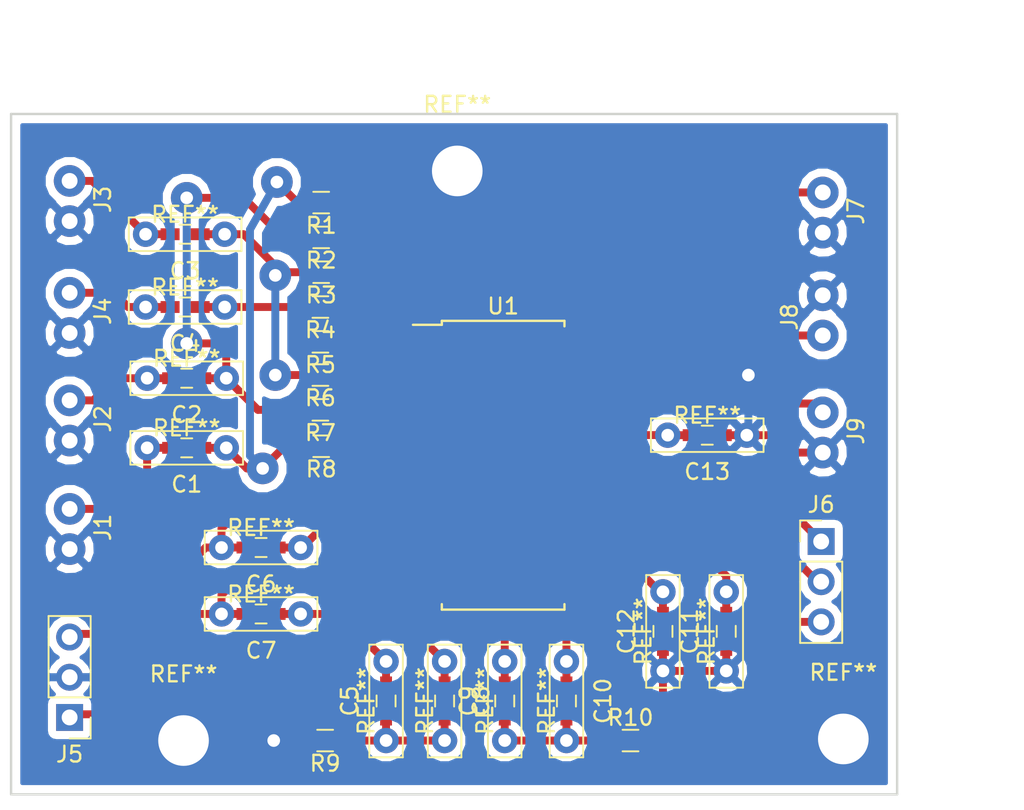
<source format=kicad_pcb>
(kicad_pcb (version 20171130) (host pcbnew "(5.0.0)")

  (general
    (thickness 1.6)
    (drawings 6)
    (tracks 199)
    (zones 0)
    (modules 49)
    (nets 39)
  )

  (page A4)
  (layers
    (0 F.Cu signal)
    (31 B.Cu signal)
    (32 B.Adhes user)
    (33 F.Adhes user)
    (34 B.Paste user)
    (35 F.Paste user)
    (36 B.SilkS user)
    (37 F.SilkS user hide)
    (38 B.Mask user)
    (39 F.Mask user)
    (40 Dwgs.User user)
    (41 Cmts.User user)
    (42 Eco1.User user)
    (43 Eco2.User user)
    (44 Edge.Cuts user)
    (45 Margin user)
    (46 B.CrtYd user)
    (47 F.CrtYd user)
    (48 B.Fab user)
    (49 F.Fab user hide)
  )

  (setup
    (last_trace_width 0.5)
    (trace_clearance 0.3)
    (zone_clearance 0.508)
    (zone_45_only no)
    (trace_min 0.2)
    (segment_width 0.2)
    (edge_width 0.15)
    (via_size 2)
    (via_drill 0.8)
    (via_min_size 0.4)
    (via_min_drill 0.3)
    (uvia_size 0.3)
    (uvia_drill 0.1)
    (uvias_allowed no)
    (uvia_min_size 0.2)
    (uvia_min_drill 0.1)
    (pcb_text_width 0.3)
    (pcb_text_size 1.5 1.5)
    (mod_edge_width 0.15)
    (mod_text_size 1 1)
    (mod_text_width 0.15)
    (pad_size 1.524 1.524)
    (pad_drill 0.762)
    (pad_to_mask_clearance 0.2)
    (aux_axis_origin 0 0)
    (visible_elements 7FFFFFFF)
    (pcbplotparams
      (layerselection 0x01000_7fffffff)
      (usegerberextensions false)
      (usegerberattributes false)
      (usegerberadvancedattributes false)
      (creategerberjobfile false)
      (excludeedgelayer false)
      (linewidth 0.100000)
      (plotframeref false)
      (viasonmask false)
      (mode 1)
      (useauxorigin false)
      (hpglpennumber 1)
      (hpglpenspeed 20)
      (hpglpendiameter 15.000000)
      (psnegative false)
      (psa4output false)
      (plotreference false)
      (plotvalue false)
      (plotinvisibletext false)
      (padsonsilk true)
      (subtractmaskfromsilk false)
      (outputformat 1)
      (mirror false)
      (drillshape 0)
      (scaleselection 1)
      (outputdirectory "./"))
  )

  (net 0 "")
  (net 1 /IN4)
  (net 2 "Net-(C1-Pad1)")
  (net 3 /IN3)
  (net 4 "Net-(C2-Pad1)")
  (net 5 /IN2)
  (net 6 "Net-(C3-Pad1)")
  (net 7 "Net-(C4-Pad1)")
  (net 8 /IN1)
  (net 9 "Net-(C5-Pad1)")
  (net 10 "Net-(C5-Pad2)")
  (net 11 "Net-(C6-Pad1)")
  (net 12 "Net-(C6-Pad2)")
  (net 13 "Net-(C7-Pad1)")
  (net 14 "Net-(C7-Pad2)")
  (net 15 "Net-(C8-Pad1)")
  (net 16 "Net-(C10-Pad2)")
  (net 17 "Net-(C9-Pad2)")
  (net 18 "Net-(C10-Pad1)")
  (net 19 "Net-(C11-Pad2)")
  (net 20 GNDA)
  (net 21 "Net-(C12-Pad2)")
  (net 22 "Net-(C13-Pad2)")
  (net 23 /SDA)
  (net 24 /SCL)
  (net 25 GND)
  (net 26 /LOUT)
  (net 27 /ROUT)
  (net 28 +9V)
  (net 29 "Net-(R1-Pad1)")
  (net 30 "Net-(R2-Pad1)")
  (net 31 "Net-(R3-Pad1)")
  (net 32 "Net-(R4-Pad1)")
  (net 33 "Net-(R5-Pad1)")
  (net 34 "Net-(R6-Pad1)")
  (net 35 "Net-(R7-Pad1)")
  (net 36 "Net-(R8-Pad1)")
  (net 37 "Net-(U1-Pad17)")
  (net 38 "Net-(U1-Pad16)")

  (net_class Default "This is the default net class."
    (clearance 0.3)
    (trace_width 0.5)
    (via_dia 2)
    (via_drill 0.8)
    (uvia_dia 0.3)
    (uvia_drill 0.1)
    (add_net +9V)
    (add_net /IN1)
    (add_net /IN2)
    (add_net /IN3)
    (add_net /IN4)
    (add_net /LOUT)
    (add_net /ROUT)
    (add_net /SCL)
    (add_net /SDA)
    (add_net GND)
    (add_net GNDA)
    (add_net "Net-(C1-Pad1)")
    (add_net "Net-(C10-Pad1)")
    (add_net "Net-(C10-Pad2)")
    (add_net "Net-(C11-Pad2)")
    (add_net "Net-(C12-Pad2)")
    (add_net "Net-(C13-Pad2)")
    (add_net "Net-(C2-Pad1)")
    (add_net "Net-(C3-Pad1)")
    (add_net "Net-(C4-Pad1)")
    (add_net "Net-(C5-Pad1)")
    (add_net "Net-(C5-Pad2)")
    (add_net "Net-(C6-Pad1)")
    (add_net "Net-(C6-Pad2)")
    (add_net "Net-(C7-Pad1)")
    (add_net "Net-(C7-Pad2)")
    (add_net "Net-(C8-Pad1)")
    (add_net "Net-(C9-Pad2)")
    (add_net "Net-(R1-Pad1)")
    (add_net "Net-(R2-Pad1)")
    (add_net "Net-(R3-Pad1)")
    (add_net "Net-(R4-Pad1)")
    (add_net "Net-(R5-Pad1)")
    (add_net "Net-(R6-Pad1)")
    (add_net "Net-(R7-Pad1)")
    (add_net "Net-(R8-Pad1)")
    (add_net "Net-(U1-Pad16)")
    (add_net "Net-(U1-Pad17)")
  )

  (module KiCadCustomLibs:Conn2pin_2.54mm (layer F.Cu) (tedit 59B29F6C) (tstamp 5CABBFC2)
    (at 93.7 56.5 270)
    (path /5CAF093E)
    (fp_text reference J3 (at -0.1 -2.1 270) (layer F.SilkS)
      (effects (font (size 1 1) (thickness 0.15)))
    )
    (fp_text value IN2 (at 0 2.1 270) (layer F.Fab)
      (effects (font (size 1 1) (thickness 0.15)))
    )
    (pad 2 thru_hole circle (at 1.27 0 270) (size 2 2) (drill 1) (layers *.Cu *.Mask)
      (net 20 GNDA))
    (pad 1 thru_hole circle (at -1.27 0 270) (size 2 2) (drill 1) (layers *.Cu *.Mask)
      (net 5 /IN2))
  )

  (module Pin_Headers:Pin_Header_Straight_1x03_Pitch2.54mm (layer F.Cu) (tedit 59650532) (tstamp 5CABA18E)
    (at 93.7 89.14 180)
    (descr "Through hole straight pin header, 1x03, 2.54mm pitch, single row")
    (tags "Through hole pin header THT 1x03 2.54mm single row")
    (path /5CAF1096)
    (fp_text reference J5 (at 0 -2.33 180) (layer F.SilkS)
      (effects (font (size 1 1) (thickness 0.15)))
    )
    (fp_text value AUX (at 0 7.41 180) (layer F.Fab)
      (effects (font (size 1 1) (thickness 0.15)))
    )
    (fp_text user %R (at 0 2.54 270) (layer F.Fab)
      (effects (font (size 1 1) (thickness 0.15)))
    )
    (fp_line (start 1.8 -1.8) (end -1.8 -1.8) (layer F.CrtYd) (width 0.05))
    (fp_line (start 1.8 6.85) (end 1.8 -1.8) (layer F.CrtYd) (width 0.05))
    (fp_line (start -1.8 6.85) (end 1.8 6.85) (layer F.CrtYd) (width 0.05))
    (fp_line (start -1.8 -1.8) (end -1.8 6.85) (layer F.CrtYd) (width 0.05))
    (fp_line (start -1.33 -1.33) (end 0 -1.33) (layer F.SilkS) (width 0.12))
    (fp_line (start -1.33 0) (end -1.33 -1.33) (layer F.SilkS) (width 0.12))
    (fp_line (start -1.33 1.27) (end 1.33 1.27) (layer F.SilkS) (width 0.12))
    (fp_line (start 1.33 1.27) (end 1.33 6.41) (layer F.SilkS) (width 0.12))
    (fp_line (start -1.33 1.27) (end -1.33 6.41) (layer F.SilkS) (width 0.12))
    (fp_line (start -1.33 6.41) (end 1.33 6.41) (layer F.SilkS) (width 0.12))
    (fp_line (start -1.27 -0.635) (end -0.635 -1.27) (layer F.Fab) (width 0.1))
    (fp_line (start -1.27 6.35) (end -1.27 -0.635) (layer F.Fab) (width 0.1))
    (fp_line (start 1.27 6.35) (end -1.27 6.35) (layer F.Fab) (width 0.1))
    (fp_line (start 1.27 -1.27) (end 1.27 6.35) (layer F.Fab) (width 0.1))
    (fp_line (start -0.635 -1.27) (end 1.27 -1.27) (layer F.Fab) (width 0.1))
    (pad 3 thru_hole oval (at 0 5.08 180) (size 1.7 1.7) (drill 1) (layers *.Cu *.Mask)
      (net 12 "Net-(C6-Pad2)"))
    (pad 2 thru_hole oval (at 0 2.54 180) (size 1.7 1.7) (drill 1) (layers *.Cu *.Mask)
      (net 20 GNDA))
    (pad 1 thru_hole rect (at 0 0 180) (size 1.7 1.7) (drill 1) (layers *.Cu *.Mask)
      (net 14 "Net-(C7-Pad2)"))
    (model ${KISYS3DMOD}/Pin_Headers.3dshapes/Pin_Header_Straight_1x03_Pitch2.54mm.wrl
      (at (xyz 0 0 0))
      (scale (xyz 1 1 1))
      (rotate (xyz 0 0 0))
    )
  )

  (module KiCadCustomLibs:Conn2pin_2.54mm (layer F.Cu) (tedit 59B29F6C) (tstamp 5CABBFB3)
    (at 93.7 63.57 270)
    (path /5CAF0998)
    (fp_text reference J4 (at -0.1 -2.1 270) (layer F.SilkS)
      (effects (font (size 1 1) (thickness 0.15)))
    )
    (fp_text value IN1 (at 0 2.1 270) (layer F.Fab)
      (effects (font (size 1 1) (thickness 0.15)))
    )
    (pad 1 thru_hole circle (at -1.27 0 270) (size 2 2) (drill 1) (layers *.Cu *.Mask)
      (net 8 /IN1))
    (pad 2 thru_hole circle (at 1.27 0 270) (size 2 2) (drill 1) (layers *.Cu *.Mask)
      (net 20 GNDA))
  )

  (module KiCadCustomLibs:Conn2pin_2.54mm (layer F.Cu) (tedit 59B29F6C) (tstamp 5CABBFA4)
    (at 93.7 77.23 270)
    (path /5CAF069D)
    (fp_text reference J1 (at -0.1 -2.1 270) (layer F.SilkS)
      (effects (font (size 1 1) (thickness 0.15)))
    )
    (fp_text value IN4 (at 0 2.1 270) (layer F.Fab)
      (effects (font (size 1 1) (thickness 0.15)))
    )
    (pad 2 thru_hole circle (at 1.27 0 270) (size 2 2) (drill 1) (layers *.Cu *.Mask)
      (net 20 GNDA))
    (pad 1 thru_hole circle (at -1.27 0 270) (size 2 2) (drill 1) (layers *.Cu *.Mask)
      (net 1 /IN4))
  )

  (module KiCadCustomLibs:Conn2pin_2.54mm (layer F.Cu) (tedit 59B29F6C) (tstamp 5CABBF95)
    (at 93.7 70.37 270)
    (path /5CAF08E6)
    (fp_text reference J2 (at -0.1 -2.1 270) (layer F.SilkS)
      (effects (font (size 1 1) (thickness 0.15)))
    )
    (fp_text value IN3 (at 0 2.1 270) (layer F.Fab)
      (effects (font (size 1 1) (thickness 0.15)))
    )
    (pad 1 thru_hole circle (at -1.27 0 270) (size 2 2) (drill 1) (layers *.Cu *.Mask)
      (net 3 /IN3))
    (pad 2 thru_hole circle (at 1.27 0 270) (size 2 2) (drill 1) (layers *.Cu *.Mask)
      (net 20 GNDA))
  )

  (module Capacitors_THT:C_Rect_L7.0mm_W2.0mm_P5.00mm (layer F.Cu) (tedit 597BC7C2) (tstamp 5CABA15F)
    (at 136.5 71.3 180)
    (descr "C, Rect series, Radial, pin pitch=5.00mm, , length*width=7*2mm^2, Capacitor")
    (tags "C Rect series Radial pin pitch 5.00mm  length 7mm width 2mm Capacitor")
    (path /5CAB99E3)
    (fp_text reference C13 (at 2.5 -2.31 180) (layer F.SilkS)
      (effects (font (size 1 1) (thickness 0.15)))
    )
    (fp_text value 2.2uf (at 2.5 2.31 180) (layer F.Fab)
      (effects (font (size 1 1) (thickness 0.15)))
    )
    (fp_line (start -1 -1) (end -1 1) (layer F.Fab) (width 0.1))
    (fp_line (start -1 1) (end 6 1) (layer F.Fab) (width 0.1))
    (fp_line (start 6 1) (end 6 -1) (layer F.Fab) (width 0.1))
    (fp_line (start 6 -1) (end -1 -1) (layer F.Fab) (width 0.1))
    (fp_line (start -1.06 -1.06) (end 6.06 -1.06) (layer F.SilkS) (width 0.12))
    (fp_line (start -1.06 1.06) (end 6.06 1.06) (layer F.SilkS) (width 0.12))
    (fp_line (start -1.06 -1.06) (end -1.06 1.06) (layer F.SilkS) (width 0.12))
    (fp_line (start 6.06 -1.06) (end 6.06 1.06) (layer F.SilkS) (width 0.12))
    (fp_line (start -1.35 -1.35) (end -1.35 1.35) (layer F.CrtYd) (width 0.05))
    (fp_line (start -1.35 1.35) (end 6.35 1.35) (layer F.CrtYd) (width 0.05))
    (fp_line (start 6.35 1.35) (end 6.35 -1.35) (layer F.CrtYd) (width 0.05))
    (fp_line (start 6.35 -1.35) (end -1.35 -1.35) (layer F.CrtYd) (width 0.05))
    (fp_text user %R (at 2.5 0 180) (layer F.Fab)
      (effects (font (size 1 1) (thickness 0.15)))
    )
    (pad 1 thru_hole circle (at 0 0 180) (size 1.6 1.6) (drill 0.8) (layers *.Cu *.Mask)
      (net 20 GNDA))
    (pad 2 thru_hole circle (at 5 0 180) (size 1.6 1.6) (drill 0.8) (layers *.Cu *.Mask)
      (net 22 "Net-(C13-Pad2)"))
    (model ${KISYS3DMOD}/Capacitors_THT.3dshapes/C_Rect_L7.0mm_W2.0mm_P5.00mm.wrl
      (at (xyz 0 0 0))
      (scale (xyz 1 1 1))
      (rotate (xyz 0 0 0))
    )
  )

  (module Capacitors_THT:C_Rect_L7.0mm_W2.0mm_P5.00mm (layer F.Cu) (tedit 597BC7C2) (tstamp 5CABBE22)
    (at 103.6 72.1 180)
    (descr "C, Rect series, Radial, pin pitch=5.00mm, , length*width=7*2mm^2, Capacitor")
    (tags "C Rect series Radial pin pitch 5.00mm  length 7mm width 2mm Capacitor")
    (path /5CAEB3C5)
    (fp_text reference C1 (at 2.5 -2.31 180) (layer F.SilkS)
      (effects (font (size 1 1) (thickness 0.15)))
    )
    (fp_text value 2.2uf (at 2.5 2.31 180) (layer F.Fab)
      (effects (font (size 1 1) (thickness 0.15)))
    )
    (fp_text user %R (at 2.5 0 180) (layer F.Fab)
      (effects (font (size 1 1) (thickness 0.15)))
    )
    (fp_line (start 6.35 -1.35) (end -1.35 -1.35) (layer F.CrtYd) (width 0.05))
    (fp_line (start 6.35 1.35) (end 6.35 -1.35) (layer F.CrtYd) (width 0.05))
    (fp_line (start -1.35 1.35) (end 6.35 1.35) (layer F.CrtYd) (width 0.05))
    (fp_line (start -1.35 -1.35) (end -1.35 1.35) (layer F.CrtYd) (width 0.05))
    (fp_line (start 6.06 -1.06) (end 6.06 1.06) (layer F.SilkS) (width 0.12))
    (fp_line (start -1.06 -1.06) (end -1.06 1.06) (layer F.SilkS) (width 0.12))
    (fp_line (start -1.06 1.06) (end 6.06 1.06) (layer F.SilkS) (width 0.12))
    (fp_line (start -1.06 -1.06) (end 6.06 -1.06) (layer F.SilkS) (width 0.12))
    (fp_line (start 6 -1) (end -1 -1) (layer F.Fab) (width 0.1))
    (fp_line (start 6 1) (end 6 -1) (layer F.Fab) (width 0.1))
    (fp_line (start -1 1) (end 6 1) (layer F.Fab) (width 0.1))
    (fp_line (start -1 -1) (end -1 1) (layer F.Fab) (width 0.1))
    (pad 2 thru_hole circle (at 5 0 180) (size 1.6 1.6) (drill 0.8) (layers *.Cu *.Mask)
      (net 1 /IN4))
    (pad 1 thru_hole circle (at 0 0 180) (size 1.6 1.6) (drill 0.8) (layers *.Cu *.Mask)
      (net 2 "Net-(C1-Pad1)"))
    (model ${KISYS3DMOD}/Capacitors_THT.3dshapes/C_Rect_L7.0mm_W2.0mm_P5.00mm.wrl
      (at (xyz 0 0 0))
      (scale (xyz 1 1 1))
      (rotate (xyz 0 0 0))
    )
  )

  (module Capacitors_THT:C_Rect_L7.0mm_W2.0mm_P5.00mm (layer F.Cu) (tedit 597BC7C2) (tstamp 5CABBEC4)
    (at 103.6 67.7 180)
    (descr "C, Rect series, Radial, pin pitch=5.00mm, , length*width=7*2mm^2, Capacitor")
    (tags "C Rect series Radial pin pitch 5.00mm  length 7mm width 2mm Capacitor")
    (path /5CADF4EE)
    (fp_text reference C2 (at 2.5 -2.31 180) (layer F.SilkS)
      (effects (font (size 1 1) (thickness 0.15)))
    )
    (fp_text value 2.2uf (at 2.5 2.31 180) (layer F.Fab)
      (effects (font (size 1 1) (thickness 0.15)))
    )
    (fp_text user %R (at 2.5 0 180) (layer F.Fab)
      (effects (font (size 1 1) (thickness 0.15)))
    )
    (fp_line (start 6.35 -1.35) (end -1.35 -1.35) (layer F.CrtYd) (width 0.05))
    (fp_line (start 6.35 1.35) (end 6.35 -1.35) (layer F.CrtYd) (width 0.05))
    (fp_line (start -1.35 1.35) (end 6.35 1.35) (layer F.CrtYd) (width 0.05))
    (fp_line (start -1.35 -1.35) (end -1.35 1.35) (layer F.CrtYd) (width 0.05))
    (fp_line (start 6.06 -1.06) (end 6.06 1.06) (layer F.SilkS) (width 0.12))
    (fp_line (start -1.06 -1.06) (end -1.06 1.06) (layer F.SilkS) (width 0.12))
    (fp_line (start -1.06 1.06) (end 6.06 1.06) (layer F.SilkS) (width 0.12))
    (fp_line (start -1.06 -1.06) (end 6.06 -1.06) (layer F.SilkS) (width 0.12))
    (fp_line (start 6 -1) (end -1 -1) (layer F.Fab) (width 0.1))
    (fp_line (start 6 1) (end 6 -1) (layer F.Fab) (width 0.1))
    (fp_line (start -1 1) (end 6 1) (layer F.Fab) (width 0.1))
    (fp_line (start -1 -1) (end -1 1) (layer F.Fab) (width 0.1))
    (pad 2 thru_hole circle (at 5 0 180) (size 1.6 1.6) (drill 0.8) (layers *.Cu *.Mask)
      (net 3 /IN3))
    (pad 1 thru_hole circle (at 0 0 180) (size 1.6 1.6) (drill 0.8) (layers *.Cu *.Mask)
      (net 4 "Net-(C2-Pad1)"))
    (model ${KISYS3DMOD}/Capacitors_THT.3dshapes/C_Rect_L7.0mm_W2.0mm_P5.00mm.wrl
      (at (xyz 0 0 0))
      (scale (xyz 1 1 1))
      (rotate (xyz 0 0 0))
    )
  )

  (module Capacitors_THT:C_Rect_L7.0mm_W2.0mm_P5.00mm (layer F.Cu) (tedit 597BC7C2) (tstamp 5CABBE58)
    (at 103.5 58.6 180)
    (descr "C, Rect series, Radial, pin pitch=5.00mm, , length*width=7*2mm^2, Capacitor")
    (tags "C Rect series Radial pin pitch 5.00mm  length 7mm width 2mm Capacitor")
    (path /5CAC9D2E)
    (fp_text reference C3 (at 2.5 -2.31 180) (layer F.SilkS)
      (effects (font (size 1 1) (thickness 0.15)))
    )
    (fp_text value 2.2uf (at 2.5 2.31 180) (layer F.Fab)
      (effects (font (size 1 1) (thickness 0.15)))
    )
    (fp_text user %R (at 2.5 0 180) (layer F.Fab)
      (effects (font (size 1 1) (thickness 0.15)))
    )
    (fp_line (start 6.35 -1.35) (end -1.35 -1.35) (layer F.CrtYd) (width 0.05))
    (fp_line (start 6.35 1.35) (end 6.35 -1.35) (layer F.CrtYd) (width 0.05))
    (fp_line (start -1.35 1.35) (end 6.35 1.35) (layer F.CrtYd) (width 0.05))
    (fp_line (start -1.35 -1.35) (end -1.35 1.35) (layer F.CrtYd) (width 0.05))
    (fp_line (start 6.06 -1.06) (end 6.06 1.06) (layer F.SilkS) (width 0.12))
    (fp_line (start -1.06 -1.06) (end -1.06 1.06) (layer F.SilkS) (width 0.12))
    (fp_line (start -1.06 1.06) (end 6.06 1.06) (layer F.SilkS) (width 0.12))
    (fp_line (start -1.06 -1.06) (end 6.06 -1.06) (layer F.SilkS) (width 0.12))
    (fp_line (start 6 -1) (end -1 -1) (layer F.Fab) (width 0.1))
    (fp_line (start 6 1) (end 6 -1) (layer F.Fab) (width 0.1))
    (fp_line (start -1 1) (end 6 1) (layer F.Fab) (width 0.1))
    (fp_line (start -1 -1) (end -1 1) (layer F.Fab) (width 0.1))
    (pad 2 thru_hole circle (at 5 0 180) (size 1.6 1.6) (drill 0.8) (layers *.Cu *.Mask)
      (net 5 /IN2))
    (pad 1 thru_hole circle (at 0 0 180) (size 1.6 1.6) (drill 0.8) (layers *.Cu *.Mask)
      (net 6 "Net-(C3-Pad1)"))
    (model ${KISYS3DMOD}/Capacitors_THT.3dshapes/C_Rect_L7.0mm_W2.0mm_P5.00mm.wrl
      (at (xyz 0 0 0))
      (scale (xyz 1 1 1))
      (rotate (xyz 0 0 0))
    )
  )

  (module Capacitors_THT:C_Rect_L7.0mm_W2.0mm_P5.00mm (layer F.Cu) (tedit 597BC7C2) (tstamp 5CABBDEC)
    (at 103.5 63.2 180)
    (descr "C, Rect series, Radial, pin pitch=5.00mm, , length*width=7*2mm^2, Capacitor")
    (tags "C Rect series Radial pin pitch 5.00mm  length 7mm width 2mm Capacitor")
    (path /5CAC669D)
    (fp_text reference C4 (at 2.5 -2.31 180) (layer F.SilkS)
      (effects (font (size 1 1) (thickness 0.15)))
    )
    (fp_text value 2.2uf (at 2.5 2.31 180) (layer F.Fab)
      (effects (font (size 1 1) (thickness 0.15)))
    )
    (fp_line (start -1 -1) (end -1 1) (layer F.Fab) (width 0.1))
    (fp_line (start -1 1) (end 6 1) (layer F.Fab) (width 0.1))
    (fp_line (start 6 1) (end 6 -1) (layer F.Fab) (width 0.1))
    (fp_line (start 6 -1) (end -1 -1) (layer F.Fab) (width 0.1))
    (fp_line (start -1.06 -1.06) (end 6.06 -1.06) (layer F.SilkS) (width 0.12))
    (fp_line (start -1.06 1.06) (end 6.06 1.06) (layer F.SilkS) (width 0.12))
    (fp_line (start -1.06 -1.06) (end -1.06 1.06) (layer F.SilkS) (width 0.12))
    (fp_line (start 6.06 -1.06) (end 6.06 1.06) (layer F.SilkS) (width 0.12))
    (fp_line (start -1.35 -1.35) (end -1.35 1.35) (layer F.CrtYd) (width 0.05))
    (fp_line (start -1.35 1.35) (end 6.35 1.35) (layer F.CrtYd) (width 0.05))
    (fp_line (start 6.35 1.35) (end 6.35 -1.35) (layer F.CrtYd) (width 0.05))
    (fp_line (start 6.35 -1.35) (end -1.35 -1.35) (layer F.CrtYd) (width 0.05))
    (fp_text user %R (at 2.5 0 180) (layer F.Fab)
      (effects (font (size 1 1) (thickness 0.15)))
    )
    (pad 1 thru_hole circle (at 0 0 180) (size 1.6 1.6) (drill 0.8) (layers *.Cu *.Mask)
      (net 7 "Net-(C4-Pad1)"))
    (pad 2 thru_hole circle (at 5 0 180) (size 1.6 1.6) (drill 0.8) (layers *.Cu *.Mask)
      (net 8 /IN1))
    (model ${KISYS3DMOD}/Capacitors_THT.3dshapes/C_Rect_L7.0mm_W2.0mm_P5.00mm.wrl
      (at (xyz 0 0 0))
      (scale (xyz 1 1 1))
      (rotate (xyz 0 0 0))
    )
  )

  (module Capacitors_THT:C_Rect_L7.0mm_W2.0mm_P5.00mm (layer F.Cu) (tedit 597BC7C2) (tstamp 5CABA0C7)
    (at 113.7 90.6 90)
    (descr "C, Rect series, Radial, pin pitch=5.00mm, , length*width=7*2mm^2, Capacitor")
    (tags "C Rect series Radial pin pitch 5.00mm  length 7mm width 2mm Capacitor")
    (path /5CAB8D2F)
    (fp_text reference C5 (at 2.5 -2.31 90) (layer F.SilkS)
      (effects (font (size 1 1) (thickness 0.15)))
    )
    (fp_text value 100n (at 2.5 2.31 90) (layer F.Fab)
      (effects (font (size 1 1) (thickness 0.15)))
    )
    (fp_line (start -1 -1) (end -1 1) (layer F.Fab) (width 0.1))
    (fp_line (start -1 1) (end 6 1) (layer F.Fab) (width 0.1))
    (fp_line (start 6 1) (end 6 -1) (layer F.Fab) (width 0.1))
    (fp_line (start 6 -1) (end -1 -1) (layer F.Fab) (width 0.1))
    (fp_line (start -1.06 -1.06) (end 6.06 -1.06) (layer F.SilkS) (width 0.12))
    (fp_line (start -1.06 1.06) (end 6.06 1.06) (layer F.SilkS) (width 0.12))
    (fp_line (start -1.06 -1.06) (end -1.06 1.06) (layer F.SilkS) (width 0.12))
    (fp_line (start 6.06 -1.06) (end 6.06 1.06) (layer F.SilkS) (width 0.12))
    (fp_line (start -1.35 -1.35) (end -1.35 1.35) (layer F.CrtYd) (width 0.05))
    (fp_line (start -1.35 1.35) (end 6.35 1.35) (layer F.CrtYd) (width 0.05))
    (fp_line (start 6.35 1.35) (end 6.35 -1.35) (layer F.CrtYd) (width 0.05))
    (fp_line (start 6.35 -1.35) (end -1.35 -1.35) (layer F.CrtYd) (width 0.05))
    (fp_text user %R (at 2.5 0 90) (layer F.Fab)
      (effects (font (size 1 1) (thickness 0.15)))
    )
    (pad 1 thru_hole circle (at 0 0 90) (size 1.6 1.6) (drill 0.8) (layers *.Cu *.Mask)
      (net 9 "Net-(C5-Pad1)"))
    (pad 2 thru_hole circle (at 5 0 90) (size 1.6 1.6) (drill 0.8) (layers *.Cu *.Mask)
      (net 10 "Net-(C5-Pad2)"))
    (model ${KISYS3DMOD}/Capacitors_THT.3dshapes/C_Rect_L7.0mm_W2.0mm_P5.00mm.wrl
      (at (xyz 0 0 0))
      (scale (xyz 1 1 1))
      (rotate (xyz 0 0 0))
    )
  )

  (module Capacitors_THT:C_Rect_L7.0mm_W2.0mm_P5.00mm (layer F.Cu) (tedit 597BC7C2) (tstamp 5CABBE8E)
    (at 108.3 78.4 180)
    (descr "C, Rect series, Radial, pin pitch=5.00mm, , length*width=7*2mm^2, Capacitor")
    (tags "C Rect series Radial pin pitch 5.00mm  length 7mm width 2mm Capacitor")
    (path /5CADAC66)
    (fp_text reference C6 (at 2.5 -2.31 180) (layer F.SilkS)
      (effects (font (size 1 1) (thickness 0.15)))
    )
    (fp_text value 2.2uf (at 2.5 2.31 180) (layer F.Fab)
      (effects (font (size 1 1) (thickness 0.15)))
    )
    (fp_line (start -1 -1) (end -1 1) (layer F.Fab) (width 0.1))
    (fp_line (start -1 1) (end 6 1) (layer F.Fab) (width 0.1))
    (fp_line (start 6 1) (end 6 -1) (layer F.Fab) (width 0.1))
    (fp_line (start 6 -1) (end -1 -1) (layer F.Fab) (width 0.1))
    (fp_line (start -1.06 -1.06) (end 6.06 -1.06) (layer F.SilkS) (width 0.12))
    (fp_line (start -1.06 1.06) (end 6.06 1.06) (layer F.SilkS) (width 0.12))
    (fp_line (start -1.06 -1.06) (end -1.06 1.06) (layer F.SilkS) (width 0.12))
    (fp_line (start 6.06 -1.06) (end 6.06 1.06) (layer F.SilkS) (width 0.12))
    (fp_line (start -1.35 -1.35) (end -1.35 1.35) (layer F.CrtYd) (width 0.05))
    (fp_line (start -1.35 1.35) (end 6.35 1.35) (layer F.CrtYd) (width 0.05))
    (fp_line (start 6.35 1.35) (end 6.35 -1.35) (layer F.CrtYd) (width 0.05))
    (fp_line (start 6.35 -1.35) (end -1.35 -1.35) (layer F.CrtYd) (width 0.05))
    (fp_text user %R (at 2.5 0 180) (layer F.Fab)
      (effects (font (size 1 1) (thickness 0.15)))
    )
    (pad 1 thru_hole circle (at 0 0 180) (size 1.6 1.6) (drill 0.8) (layers *.Cu *.Mask)
      (net 11 "Net-(C6-Pad1)"))
    (pad 2 thru_hole circle (at 5 0 180) (size 1.6 1.6) (drill 0.8) (layers *.Cu *.Mask)
      (net 12 "Net-(C6-Pad2)"))
    (model ${KISYS3DMOD}/Capacitors_THT.3dshapes/C_Rect_L7.0mm_W2.0mm_P5.00mm.wrl
      (at (xyz 0 0 0))
      (scale (xyz 1 1 1))
      (rotate (xyz 0 0 0))
    )
  )

  (module Capacitors_THT:C_Rect_L7.0mm_W2.0mm_P5.00mm (layer F.Cu) (tedit 597BC7C2) (tstamp 5CABA0ED)
    (at 108.3 82.6 180)
    (descr "C, Rect series, Radial, pin pitch=5.00mm, , length*width=7*2mm^2, Capacitor")
    (tags "C Rect series Radial pin pitch 5.00mm  length 7mm width 2mm Capacitor")
    (path /5CAB8434)
    (fp_text reference C7 (at 2.5 -2.31 180) (layer F.SilkS)
      (effects (font (size 1 1) (thickness 0.15)))
    )
    (fp_text value 2.2uf (at 2.5 2.31 180) (layer F.Fab)
      (effects (font (size 1 1) (thickness 0.15)))
    )
    (fp_line (start -1 -1) (end -1 1) (layer F.Fab) (width 0.1))
    (fp_line (start -1 1) (end 6 1) (layer F.Fab) (width 0.1))
    (fp_line (start 6 1) (end 6 -1) (layer F.Fab) (width 0.1))
    (fp_line (start 6 -1) (end -1 -1) (layer F.Fab) (width 0.1))
    (fp_line (start -1.06 -1.06) (end 6.06 -1.06) (layer F.SilkS) (width 0.12))
    (fp_line (start -1.06 1.06) (end 6.06 1.06) (layer F.SilkS) (width 0.12))
    (fp_line (start -1.06 -1.06) (end -1.06 1.06) (layer F.SilkS) (width 0.12))
    (fp_line (start 6.06 -1.06) (end 6.06 1.06) (layer F.SilkS) (width 0.12))
    (fp_line (start -1.35 -1.35) (end -1.35 1.35) (layer F.CrtYd) (width 0.05))
    (fp_line (start -1.35 1.35) (end 6.35 1.35) (layer F.CrtYd) (width 0.05))
    (fp_line (start 6.35 1.35) (end 6.35 -1.35) (layer F.CrtYd) (width 0.05))
    (fp_line (start 6.35 -1.35) (end -1.35 -1.35) (layer F.CrtYd) (width 0.05))
    (fp_text user %R (at 2.5 0 180) (layer F.Fab)
      (effects (font (size 1 1) (thickness 0.15)))
    )
    (pad 1 thru_hole circle (at 0 0 180) (size 1.6 1.6) (drill 0.8) (layers *.Cu *.Mask)
      (net 13 "Net-(C7-Pad1)"))
    (pad 2 thru_hole circle (at 5 0 180) (size 1.6 1.6) (drill 0.8) (layers *.Cu *.Mask)
      (net 14 "Net-(C7-Pad2)"))
    (model ${KISYS3DMOD}/Capacitors_THT.3dshapes/C_Rect_L7.0mm_W2.0mm_P5.00mm.wrl
      (at (xyz 0 0 0))
      (scale (xyz 1 1 1))
      (rotate (xyz 0 0 0))
    )
  )

  (module Capacitors_THT:C_Rect_L7.0mm_W2.0mm_P5.00mm (layer F.Cu) (tedit 597BC7C2) (tstamp 5CABA100)
    (at 117.4 85.6 270)
    (descr "C, Rect series, Radial, pin pitch=5.00mm, , length*width=7*2mm^2, Capacitor")
    (tags "C Rect series Radial pin pitch 5.00mm  length 7mm width 2mm Capacitor")
    (path /5CAB8D36)
    (fp_text reference C8 (at 2.5 -2.31 270) (layer F.SilkS)
      (effects (font (size 1 1) (thickness 0.15)))
    )
    (fp_text value 100n (at 2.5 2.31 270) (layer F.Fab)
      (effects (font (size 1 1) (thickness 0.15)))
    )
    (fp_text user %R (at 2.5 0 270) (layer F.Fab)
      (effects (font (size 1 1) (thickness 0.15)))
    )
    (fp_line (start 6.35 -1.35) (end -1.35 -1.35) (layer F.CrtYd) (width 0.05))
    (fp_line (start 6.35 1.35) (end 6.35 -1.35) (layer F.CrtYd) (width 0.05))
    (fp_line (start -1.35 1.35) (end 6.35 1.35) (layer F.CrtYd) (width 0.05))
    (fp_line (start -1.35 -1.35) (end -1.35 1.35) (layer F.CrtYd) (width 0.05))
    (fp_line (start 6.06 -1.06) (end 6.06 1.06) (layer F.SilkS) (width 0.12))
    (fp_line (start -1.06 -1.06) (end -1.06 1.06) (layer F.SilkS) (width 0.12))
    (fp_line (start -1.06 1.06) (end 6.06 1.06) (layer F.SilkS) (width 0.12))
    (fp_line (start -1.06 -1.06) (end 6.06 -1.06) (layer F.SilkS) (width 0.12))
    (fp_line (start 6 -1) (end -1 -1) (layer F.Fab) (width 0.1))
    (fp_line (start 6 1) (end 6 -1) (layer F.Fab) (width 0.1))
    (fp_line (start -1 1) (end 6 1) (layer F.Fab) (width 0.1))
    (fp_line (start -1 -1) (end -1 1) (layer F.Fab) (width 0.1))
    (pad 2 thru_hole circle (at 5 0 270) (size 1.6 1.6) (drill 0.8) (layers *.Cu *.Mask)
      (net 9 "Net-(C5-Pad1)"))
    (pad 1 thru_hole circle (at 0 0 270) (size 1.6 1.6) (drill 0.8) (layers *.Cu *.Mask)
      (net 15 "Net-(C8-Pad1)"))
    (model ${KISYS3DMOD}/Capacitors_THT.3dshapes/C_Rect_L7.0mm_W2.0mm_P5.00mm.wrl
      (at (xyz 0 0 0))
      (scale (xyz 1 1 1))
      (rotate (xyz 0 0 0))
    )
  )

  (module Capacitors_THT:C_Rect_L7.0mm_W2.0mm_P5.00mm (layer F.Cu) (tedit 597BC7C2) (tstamp 5CABA113)
    (at 121.2 90.6 90)
    (descr "C, Rect series, Radial, pin pitch=5.00mm, , length*width=7*2mm^2, Capacitor")
    (tags "C Rect series Radial pin pitch 5.00mm  length 7mm width 2mm Capacitor")
    (path /5CAB802B)
    (fp_text reference C9 (at 2.5 -2.31 90) (layer F.SilkS)
      (effects (font (size 1 1) (thickness 0.15)))
    )
    (fp_text value 100n (at 2.5 2.31 90) (layer F.Fab)
      (effects (font (size 1 1) (thickness 0.15)))
    )
    (fp_line (start -1 -1) (end -1 1) (layer F.Fab) (width 0.1))
    (fp_line (start -1 1) (end 6 1) (layer F.Fab) (width 0.1))
    (fp_line (start 6 1) (end 6 -1) (layer F.Fab) (width 0.1))
    (fp_line (start 6 -1) (end -1 -1) (layer F.Fab) (width 0.1))
    (fp_line (start -1.06 -1.06) (end 6.06 -1.06) (layer F.SilkS) (width 0.12))
    (fp_line (start -1.06 1.06) (end 6.06 1.06) (layer F.SilkS) (width 0.12))
    (fp_line (start -1.06 -1.06) (end -1.06 1.06) (layer F.SilkS) (width 0.12))
    (fp_line (start 6.06 -1.06) (end 6.06 1.06) (layer F.SilkS) (width 0.12))
    (fp_line (start -1.35 -1.35) (end -1.35 1.35) (layer F.CrtYd) (width 0.05))
    (fp_line (start -1.35 1.35) (end 6.35 1.35) (layer F.CrtYd) (width 0.05))
    (fp_line (start 6.35 1.35) (end 6.35 -1.35) (layer F.CrtYd) (width 0.05))
    (fp_line (start 6.35 -1.35) (end -1.35 -1.35) (layer F.CrtYd) (width 0.05))
    (fp_text user %R (at 2.5 0 90) (layer F.Fab)
      (effects (font (size 1 1) (thickness 0.15)))
    )
    (pad 1 thru_hole circle (at 0 0 90) (size 1.6 1.6) (drill 0.8) (layers *.Cu *.Mask)
      (net 16 "Net-(C10-Pad2)"))
    (pad 2 thru_hole circle (at 5 0 90) (size 1.6 1.6) (drill 0.8) (layers *.Cu *.Mask)
      (net 17 "Net-(C9-Pad2)"))
    (model ${KISYS3DMOD}/Capacitors_THT.3dshapes/C_Rect_L7.0mm_W2.0mm_P5.00mm.wrl
      (at (xyz 0 0 0))
      (scale (xyz 1 1 1))
      (rotate (xyz 0 0 0))
    )
  )

  (module Capacitors_THT:C_Rect_L7.0mm_W2.0mm_P5.00mm (layer F.Cu) (tedit 597BC7C2) (tstamp 5CABA126)
    (at 125.1 85.6 270)
    (descr "C, Rect series, Radial, pin pitch=5.00mm, , length*width=7*2mm^2, Capacitor")
    (tags "C Rect series Radial pin pitch 5.00mm  length 7mm width 2mm Capacitor")
    (path /5CAB815A)
    (fp_text reference C10 (at 2.5 -2.31 270) (layer F.SilkS)
      (effects (font (size 1 1) (thickness 0.15)))
    )
    (fp_text value 100n (at 2.5 2.31 270) (layer F.Fab)
      (effects (font (size 1 1) (thickness 0.15)))
    )
    (fp_text user %R (at 2.5 0 270) (layer F.Fab)
      (effects (font (size 1 1) (thickness 0.15)))
    )
    (fp_line (start 6.35 -1.35) (end -1.35 -1.35) (layer F.CrtYd) (width 0.05))
    (fp_line (start 6.35 1.35) (end 6.35 -1.35) (layer F.CrtYd) (width 0.05))
    (fp_line (start -1.35 1.35) (end 6.35 1.35) (layer F.CrtYd) (width 0.05))
    (fp_line (start -1.35 -1.35) (end -1.35 1.35) (layer F.CrtYd) (width 0.05))
    (fp_line (start 6.06 -1.06) (end 6.06 1.06) (layer F.SilkS) (width 0.12))
    (fp_line (start -1.06 -1.06) (end -1.06 1.06) (layer F.SilkS) (width 0.12))
    (fp_line (start -1.06 1.06) (end 6.06 1.06) (layer F.SilkS) (width 0.12))
    (fp_line (start -1.06 -1.06) (end 6.06 -1.06) (layer F.SilkS) (width 0.12))
    (fp_line (start 6 -1) (end -1 -1) (layer F.Fab) (width 0.1))
    (fp_line (start 6 1) (end 6 -1) (layer F.Fab) (width 0.1))
    (fp_line (start -1 1) (end 6 1) (layer F.Fab) (width 0.1))
    (fp_line (start -1 -1) (end -1 1) (layer F.Fab) (width 0.1))
    (pad 2 thru_hole circle (at 5 0 270) (size 1.6 1.6) (drill 0.8) (layers *.Cu *.Mask)
      (net 16 "Net-(C10-Pad2)"))
    (pad 1 thru_hole circle (at 0 0 270) (size 1.6 1.6) (drill 0.8) (layers *.Cu *.Mask)
      (net 18 "Net-(C10-Pad1)"))
    (model ${KISYS3DMOD}/Capacitors_THT.3dshapes/C_Rect_L7.0mm_W2.0mm_P5.00mm.wrl
      (at (xyz 0 0 0))
      (scale (xyz 1 1 1))
      (rotate (xyz 0 0 0))
    )
  )

  (module Capacitors_THT:C_Rect_L7.0mm_W2.0mm_P5.00mm (layer F.Cu) (tedit 597BC7C2) (tstamp 5CABA139)
    (at 135.2 86.2 90)
    (descr "C, Rect series, Radial, pin pitch=5.00mm, , length*width=7*2mm^2, Capacitor")
    (tags "C Rect series Radial pin pitch 5.00mm  length 7mm width 2mm Capacitor")
    (path /5CAB8700)
    (fp_text reference C11 (at 2.5 -2.31 90) (layer F.SilkS)
      (effects (font (size 1 1) (thickness 0.15)))
    )
    (fp_text value 5.6n (at 2.5 2.31 90) (layer F.Fab)
      (effects (font (size 1 1) (thickness 0.15)))
    )
    (fp_text user %R (at 2.5 0 90) (layer F.Fab)
      (effects (font (size 1 1) (thickness 0.15)))
    )
    (fp_line (start 6.35 -1.35) (end -1.35 -1.35) (layer F.CrtYd) (width 0.05))
    (fp_line (start 6.35 1.35) (end 6.35 -1.35) (layer F.CrtYd) (width 0.05))
    (fp_line (start -1.35 1.35) (end 6.35 1.35) (layer F.CrtYd) (width 0.05))
    (fp_line (start -1.35 -1.35) (end -1.35 1.35) (layer F.CrtYd) (width 0.05))
    (fp_line (start 6.06 -1.06) (end 6.06 1.06) (layer F.SilkS) (width 0.12))
    (fp_line (start -1.06 -1.06) (end -1.06 1.06) (layer F.SilkS) (width 0.12))
    (fp_line (start -1.06 1.06) (end 6.06 1.06) (layer F.SilkS) (width 0.12))
    (fp_line (start -1.06 -1.06) (end 6.06 -1.06) (layer F.SilkS) (width 0.12))
    (fp_line (start 6 -1) (end -1 -1) (layer F.Fab) (width 0.1))
    (fp_line (start 6 1) (end 6 -1) (layer F.Fab) (width 0.1))
    (fp_line (start -1 1) (end 6 1) (layer F.Fab) (width 0.1))
    (fp_line (start -1 -1) (end -1 1) (layer F.Fab) (width 0.1))
    (pad 2 thru_hole circle (at 5 0 90) (size 1.6 1.6) (drill 0.8) (layers *.Cu *.Mask)
      (net 19 "Net-(C11-Pad2)"))
    (pad 1 thru_hole circle (at 0 0 90) (size 1.6 1.6) (drill 0.8) (layers *.Cu *.Mask)
      (net 20 GNDA))
    (model ${KISYS3DMOD}/Capacitors_THT.3dshapes/C_Rect_L7.0mm_W2.0mm_P5.00mm.wrl
      (at (xyz 0 0 0))
      (scale (xyz 1 1 1))
      (rotate (xyz 0 0 0))
    )
  )

  (module Capacitors_THT:C_Rect_L7.0mm_W2.0mm_P5.00mm (layer F.Cu) (tedit 597BC7C2) (tstamp 5CABA14C)
    (at 131.2 86.2 90)
    (descr "C, Rect series, Radial, pin pitch=5.00mm, , length*width=7*2mm^2, Capacitor")
    (tags "C Rect series Radial pin pitch 5.00mm  length 7mm width 2mm Capacitor")
    (path /5CAB7EA4)
    (fp_text reference C12 (at 2.5 -2.31 90) (layer F.SilkS)
      (effects (font (size 1 1) (thickness 0.15)))
    )
    (fp_text value 5.6n (at 2.5 2.31 90) (layer F.Fab)
      (effects (font (size 1 1) (thickness 0.15)))
    )
    (fp_text user %R (at 2.5 0 90) (layer F.Fab)
      (effects (font (size 1 1) (thickness 0.15)))
    )
    (fp_line (start 6.35 -1.35) (end -1.35 -1.35) (layer F.CrtYd) (width 0.05))
    (fp_line (start 6.35 1.35) (end 6.35 -1.35) (layer F.CrtYd) (width 0.05))
    (fp_line (start -1.35 1.35) (end 6.35 1.35) (layer F.CrtYd) (width 0.05))
    (fp_line (start -1.35 -1.35) (end -1.35 1.35) (layer F.CrtYd) (width 0.05))
    (fp_line (start 6.06 -1.06) (end 6.06 1.06) (layer F.SilkS) (width 0.12))
    (fp_line (start -1.06 -1.06) (end -1.06 1.06) (layer F.SilkS) (width 0.12))
    (fp_line (start -1.06 1.06) (end 6.06 1.06) (layer F.SilkS) (width 0.12))
    (fp_line (start -1.06 -1.06) (end 6.06 -1.06) (layer F.SilkS) (width 0.12))
    (fp_line (start 6 -1) (end -1 -1) (layer F.Fab) (width 0.1))
    (fp_line (start 6 1) (end 6 -1) (layer F.Fab) (width 0.1))
    (fp_line (start -1 1) (end 6 1) (layer F.Fab) (width 0.1))
    (fp_line (start -1 -1) (end -1 1) (layer F.Fab) (width 0.1))
    (pad 2 thru_hole circle (at 5 0 90) (size 1.6 1.6) (drill 0.8) (layers *.Cu *.Mask)
      (net 21 "Net-(C12-Pad2)"))
    (pad 1 thru_hole circle (at 0 0 90) (size 1.6 1.6) (drill 0.8) (layers *.Cu *.Mask)
      (net 20 GNDA))
    (model ${KISYS3DMOD}/Capacitors_THT.3dshapes/C_Rect_L7.0mm_W2.0mm_P5.00mm.wrl
      (at (xyz 0 0 0))
      (scale (xyz 1 1 1))
      (rotate (xyz 0 0 0))
    )
  )

  (module Pin_Headers:Pin_Header_Straight_1x03_Pitch2.54mm (layer F.Cu) (tedit 59650532) (tstamp 5CABA1A5)
    (at 141.2 78.02)
    (descr "Through hole straight pin header, 1x03, 2.54mm pitch, single row")
    (tags "Through hole pin header THT 1x03 2.54mm single row")
    (path /5CABD2A1)
    (fp_text reference J6 (at 0 -2.33) (layer F.SilkS)
      (effects (font (size 1 1) (thickness 0.15)))
    )
    (fp_text value I2C (at 0 7.41) (layer F.Fab)
      (effects (font (size 1 1) (thickness 0.15)))
    )
    (fp_line (start -0.635 -1.27) (end 1.27 -1.27) (layer F.Fab) (width 0.1))
    (fp_line (start 1.27 -1.27) (end 1.27 6.35) (layer F.Fab) (width 0.1))
    (fp_line (start 1.27 6.35) (end -1.27 6.35) (layer F.Fab) (width 0.1))
    (fp_line (start -1.27 6.35) (end -1.27 -0.635) (layer F.Fab) (width 0.1))
    (fp_line (start -1.27 -0.635) (end -0.635 -1.27) (layer F.Fab) (width 0.1))
    (fp_line (start -1.33 6.41) (end 1.33 6.41) (layer F.SilkS) (width 0.12))
    (fp_line (start -1.33 1.27) (end -1.33 6.41) (layer F.SilkS) (width 0.12))
    (fp_line (start 1.33 1.27) (end 1.33 6.41) (layer F.SilkS) (width 0.12))
    (fp_line (start -1.33 1.27) (end 1.33 1.27) (layer F.SilkS) (width 0.12))
    (fp_line (start -1.33 0) (end -1.33 -1.33) (layer F.SilkS) (width 0.12))
    (fp_line (start -1.33 -1.33) (end 0 -1.33) (layer F.SilkS) (width 0.12))
    (fp_line (start -1.8 -1.8) (end -1.8 6.85) (layer F.CrtYd) (width 0.05))
    (fp_line (start -1.8 6.85) (end 1.8 6.85) (layer F.CrtYd) (width 0.05))
    (fp_line (start 1.8 6.85) (end 1.8 -1.8) (layer F.CrtYd) (width 0.05))
    (fp_line (start 1.8 -1.8) (end -1.8 -1.8) (layer F.CrtYd) (width 0.05))
    (fp_text user %R (at 0 2.54 90) (layer F.Fab)
      (effects (font (size 1 1) (thickness 0.15)))
    )
    (pad 1 thru_hole rect (at 0 0) (size 1.7 1.7) (drill 1) (layers *.Cu *.Mask)
      (net 23 /SDA))
    (pad 2 thru_hole oval (at 0 2.54) (size 1.7 1.7) (drill 1) (layers *.Cu *.Mask)
      (net 24 /SCL))
    (pad 3 thru_hole oval (at 0 5.08) (size 1.7 1.7) (drill 1) (layers *.Cu *.Mask)
      (net 25 GND))
    (model ${KISYS3DMOD}/Pin_Headers.3dshapes/Pin_Header_Straight_1x03_Pitch2.54mm.wrl
      (at (xyz 0 0 0))
      (scale (xyz 1 1 1))
      (rotate (xyz 0 0 0))
    )
  )

  (module KiCadCustomLibs:Conn2pin_2.54mm (layer F.Cu) (tedit 59B29F6C) (tstamp 5CABA1AB)
    (at 141.3 57.23 270)
    (path /5CABA6A9)
    (fp_text reference J7 (at -0.1 -2.1 270) (layer F.SilkS)
      (effects (font (size 1 1) (thickness 0.15)))
    )
    (fp_text value LOUT (at 0 2.1 270) (layer F.Fab)
      (effects (font (size 1 1) (thickness 0.15)))
    )
    (pad 1 thru_hole circle (at -1.27 0 270) (size 2 2) (drill 1) (layers *.Cu *.Mask)
      (net 26 /LOUT))
    (pad 2 thru_hole circle (at 1.27 0 270) (size 2 2) (drill 1) (layers *.Cu *.Mask)
      (net 20 GNDA))
  )

  (module KiCadCustomLibs:Conn2pin_2.54mm (layer F.Cu) (tedit 59B29F6C) (tstamp 5CABA1B1)
    (at 141.3 63.73 90)
    (path /5CABA736)
    (fp_text reference J8 (at -0.1 -2.1 90) (layer F.SilkS)
      (effects (font (size 1 1) (thickness 0.15)))
    )
    (fp_text value ROUT (at 0 2.1 90) (layer F.Fab)
      (effects (font (size 1 1) (thickness 0.15)))
    )
    (pad 2 thru_hole circle (at 1.27 0 90) (size 2 2) (drill 1) (layers *.Cu *.Mask)
      (net 20 GNDA))
    (pad 1 thru_hole circle (at -1.27 0 90) (size 2 2) (drill 1) (layers *.Cu *.Mask)
      (net 27 /ROUT))
  )

  (module KiCadCustomLibs:Conn2pin_2.54mm (layer F.Cu) (tedit 59B29F6C) (tstamp 5CABA1B7)
    (at 141.3 71.13 270)
    (path /5CAF8AB8)
    (fp_text reference J9 (at -0.1 -2.1 270) (layer F.SilkS)
      (effects (font (size 1 1) (thickness 0.15)))
    )
    (fp_text value POWER (at 0 2.1 270) (layer F.Fab)
      (effects (font (size 1 1) (thickness 0.15)))
    )
    (pad 1 thru_hole circle (at -1.27 0 270) (size 2 2) (drill 1) (layers *.Cu *.Mask)
      (net 28 +9V))
    (pad 2 thru_hole circle (at 1.27 0 270) (size 2 2) (drill 1) (layers *.Cu *.Mask)
      (net 20 GNDA))
  )

  (module Resistors_SMD:R_0603 (layer F.Cu) (tedit 58E0A804) (tstamp 5CABBFE2)
    (at 109.6 56.6 180)
    (descr "Resistor SMD 0603, reflow soldering, Vishay (see dcrcw.pdf)")
    (tags "resistor 0603")
    (path /5CAE4F16)
    (attr smd)
    (fp_text reference R1 (at 0 -1.45 180) (layer F.SilkS)
      (effects (font (size 1 1) (thickness 0.15)))
    )
    (fp_text value 600 (at 0 1.5 180) (layer F.Fab)
      (effects (font (size 1 1) (thickness 0.15)))
    )
    (fp_line (start 1.25 0.7) (end -1.25 0.7) (layer F.CrtYd) (width 0.05))
    (fp_line (start 1.25 0.7) (end 1.25 -0.7) (layer F.CrtYd) (width 0.05))
    (fp_line (start -1.25 -0.7) (end -1.25 0.7) (layer F.CrtYd) (width 0.05))
    (fp_line (start -1.25 -0.7) (end 1.25 -0.7) (layer F.CrtYd) (width 0.05))
    (fp_line (start -0.5 -0.68) (end 0.5 -0.68) (layer F.SilkS) (width 0.12))
    (fp_line (start 0.5 0.68) (end -0.5 0.68) (layer F.SilkS) (width 0.12))
    (fp_line (start -0.8 -0.4) (end 0.8 -0.4) (layer F.Fab) (width 0.1))
    (fp_line (start 0.8 -0.4) (end 0.8 0.4) (layer F.Fab) (width 0.1))
    (fp_line (start 0.8 0.4) (end -0.8 0.4) (layer F.Fab) (width 0.1))
    (fp_line (start -0.8 0.4) (end -0.8 -0.4) (layer F.Fab) (width 0.1))
    (fp_text user %R (at 0 0 180) (layer F.Fab)
      (effects (font (size 0.4 0.4) (thickness 0.075)))
    )
    (pad 2 smd rect (at 0.75 0 180) (size 0.5 0.9) (layers F.Cu F.Paste F.Mask)
      (net 2 "Net-(C1-Pad1)"))
    (pad 1 smd rect (at -0.75 0 180) (size 0.5 0.9) (layers F.Cu F.Paste F.Mask)
      (net 29 "Net-(R1-Pad1)"))
    (model ${KISYS3DMOD}/Resistors_SMD.3dshapes/R_0603.wrl
      (at (xyz 0 0 0))
      (scale (xyz 1 1 1))
      (rotate (xyz 0 0 0))
    )
  )

  (module Resistors_SMD:R_0603 (layer F.Cu) (tedit 58E0A804) (tstamp 5CABC042)
    (at 109.6 58.8 180)
    (descr "Resistor SMD 0603, reflow soldering, Vishay (see dcrcw.pdf)")
    (tags "resistor 0603")
    (path /5CACF63A)
    (attr smd)
    (fp_text reference R2 (at 0 -1.45 180) (layer F.SilkS)
      (effects (font (size 1 1) (thickness 0.15)))
    )
    (fp_text value 600 (at 0 1.5 180) (layer F.Fab)
      (effects (font (size 1 1) (thickness 0.15)))
    )
    (fp_line (start 1.25 0.7) (end -1.25 0.7) (layer F.CrtYd) (width 0.05))
    (fp_line (start 1.25 0.7) (end 1.25 -0.7) (layer F.CrtYd) (width 0.05))
    (fp_line (start -1.25 -0.7) (end -1.25 0.7) (layer F.CrtYd) (width 0.05))
    (fp_line (start -1.25 -0.7) (end 1.25 -0.7) (layer F.CrtYd) (width 0.05))
    (fp_line (start -0.5 -0.68) (end 0.5 -0.68) (layer F.SilkS) (width 0.12))
    (fp_line (start 0.5 0.68) (end -0.5 0.68) (layer F.SilkS) (width 0.12))
    (fp_line (start -0.8 -0.4) (end 0.8 -0.4) (layer F.Fab) (width 0.1))
    (fp_line (start 0.8 -0.4) (end 0.8 0.4) (layer F.Fab) (width 0.1))
    (fp_line (start 0.8 0.4) (end -0.8 0.4) (layer F.Fab) (width 0.1))
    (fp_line (start -0.8 0.4) (end -0.8 -0.4) (layer F.Fab) (width 0.1))
    (fp_text user %R (at 0 0 180) (layer F.Fab)
      (effects (font (size 0.4 0.4) (thickness 0.075)))
    )
    (pad 2 smd rect (at 0.75 0 180) (size 0.5 0.9) (layers F.Cu F.Paste F.Mask)
      (net 4 "Net-(C2-Pad1)"))
    (pad 1 smd rect (at -0.75 0 180) (size 0.5 0.9) (layers F.Cu F.Paste F.Mask)
      (net 30 "Net-(R2-Pad1)"))
    (model ${KISYS3DMOD}/Resistors_SMD.3dshapes/R_0603.wrl
      (at (xyz 0 0 0))
      (scale (xyz 1 1 1))
      (rotate (xyz 0 0 0))
    )
  )

  (module Resistors_SMD:R_0603 (layer F.Cu) (tedit 58E0A804) (tstamp 5CABC072)
    (at 109.6 61 180)
    (descr "Resistor SMD 0603, reflow soldering, Vishay (see dcrcw.pdf)")
    (tags "resistor 0603")
    (path /5CAC693F)
    (attr smd)
    (fp_text reference R3 (at 0 -1.45 180) (layer F.SilkS)
      (effects (font (size 1 1) (thickness 0.15)))
    )
    (fp_text value 600 (at 0 1.5 180) (layer F.Fab)
      (effects (font (size 1 1) (thickness 0.15)))
    )
    (fp_text user %R (at 0 0 180) (layer F.Fab)
      (effects (font (size 0.4 0.4) (thickness 0.075)))
    )
    (fp_line (start -0.8 0.4) (end -0.8 -0.4) (layer F.Fab) (width 0.1))
    (fp_line (start 0.8 0.4) (end -0.8 0.4) (layer F.Fab) (width 0.1))
    (fp_line (start 0.8 -0.4) (end 0.8 0.4) (layer F.Fab) (width 0.1))
    (fp_line (start -0.8 -0.4) (end 0.8 -0.4) (layer F.Fab) (width 0.1))
    (fp_line (start 0.5 0.68) (end -0.5 0.68) (layer F.SilkS) (width 0.12))
    (fp_line (start -0.5 -0.68) (end 0.5 -0.68) (layer F.SilkS) (width 0.12))
    (fp_line (start -1.25 -0.7) (end 1.25 -0.7) (layer F.CrtYd) (width 0.05))
    (fp_line (start -1.25 -0.7) (end -1.25 0.7) (layer F.CrtYd) (width 0.05))
    (fp_line (start 1.25 0.7) (end 1.25 -0.7) (layer F.CrtYd) (width 0.05))
    (fp_line (start 1.25 0.7) (end -1.25 0.7) (layer F.CrtYd) (width 0.05))
    (pad 1 smd rect (at -0.75 0 180) (size 0.5 0.9) (layers F.Cu F.Paste F.Mask)
      (net 31 "Net-(R3-Pad1)"))
    (pad 2 smd rect (at 0.75 0 180) (size 0.5 0.9) (layers F.Cu F.Paste F.Mask)
      (net 6 "Net-(C3-Pad1)"))
    (model ${KISYS3DMOD}/Resistors_SMD.3dshapes/R_0603.wrl
      (at (xyz 0 0 0))
      (scale (xyz 1 1 1))
      (rotate (xyz 0 0 0))
    )
  )

  (module Resistors_SMD:R_0603 (layer F.Cu) (tedit 58E0A804) (tstamp 5CABC012)
    (at 109.55 63.2 180)
    (descr "Resistor SMD 0603, reflow soldering, Vishay (see dcrcw.pdf)")
    (tags "resistor 0603")
    (path /5CAC3CFC)
    (attr smd)
    (fp_text reference R4 (at 0 -1.45 180) (layer F.SilkS)
      (effects (font (size 1 1) (thickness 0.15)))
    )
    (fp_text value 600 (at 0 1.5 180) (layer F.Fab)
      (effects (font (size 1 1) (thickness 0.15)))
    )
    (fp_text user %R (at 0 0 180) (layer F.Fab)
      (effects (font (size 0.4 0.4) (thickness 0.075)))
    )
    (fp_line (start -0.8 0.4) (end -0.8 -0.4) (layer F.Fab) (width 0.1))
    (fp_line (start 0.8 0.4) (end -0.8 0.4) (layer F.Fab) (width 0.1))
    (fp_line (start 0.8 -0.4) (end 0.8 0.4) (layer F.Fab) (width 0.1))
    (fp_line (start -0.8 -0.4) (end 0.8 -0.4) (layer F.Fab) (width 0.1))
    (fp_line (start 0.5 0.68) (end -0.5 0.68) (layer F.SilkS) (width 0.12))
    (fp_line (start -0.5 -0.68) (end 0.5 -0.68) (layer F.SilkS) (width 0.12))
    (fp_line (start -1.25 -0.7) (end 1.25 -0.7) (layer F.CrtYd) (width 0.05))
    (fp_line (start -1.25 -0.7) (end -1.25 0.7) (layer F.CrtYd) (width 0.05))
    (fp_line (start 1.25 0.7) (end 1.25 -0.7) (layer F.CrtYd) (width 0.05))
    (fp_line (start 1.25 0.7) (end -1.25 0.7) (layer F.CrtYd) (width 0.05))
    (pad 1 smd rect (at -0.75 0 180) (size 0.5 0.9) (layers F.Cu F.Paste F.Mask)
      (net 32 "Net-(R4-Pad1)"))
    (pad 2 smd rect (at 0.75 0 180) (size 0.5 0.9) (layers F.Cu F.Paste F.Mask)
      (net 7 "Net-(C4-Pad1)"))
    (model ${KISYS3DMOD}/Resistors_SMD.3dshapes/R_0603.wrl
      (at (xyz 0 0 0))
      (scale (xyz 1 1 1))
      (rotate (xyz 0 0 0))
    )
  )

  (module Resistors_SMD:R_0603 (layer F.Cu) (tedit 58E0A804) (tstamp 5CABC0A2)
    (at 109.55 65.4 180)
    (descr "Resistor SMD 0603, reflow soldering, Vishay (see dcrcw.pdf)")
    (tags "resistor 0603")
    (path /5CAC3EEF)
    (attr smd)
    (fp_text reference R5 (at 0 -1.45 180) (layer F.SilkS)
      (effects (font (size 1 1) (thickness 0.15)))
    )
    (fp_text value 600 (at 0 1.5 180) (layer F.Fab)
      (effects (font (size 1 1) (thickness 0.15)))
    )
    (fp_line (start 1.25 0.7) (end -1.25 0.7) (layer F.CrtYd) (width 0.05))
    (fp_line (start 1.25 0.7) (end 1.25 -0.7) (layer F.CrtYd) (width 0.05))
    (fp_line (start -1.25 -0.7) (end -1.25 0.7) (layer F.CrtYd) (width 0.05))
    (fp_line (start -1.25 -0.7) (end 1.25 -0.7) (layer F.CrtYd) (width 0.05))
    (fp_line (start -0.5 -0.68) (end 0.5 -0.68) (layer F.SilkS) (width 0.12))
    (fp_line (start 0.5 0.68) (end -0.5 0.68) (layer F.SilkS) (width 0.12))
    (fp_line (start -0.8 -0.4) (end 0.8 -0.4) (layer F.Fab) (width 0.1))
    (fp_line (start 0.8 -0.4) (end 0.8 0.4) (layer F.Fab) (width 0.1))
    (fp_line (start 0.8 0.4) (end -0.8 0.4) (layer F.Fab) (width 0.1))
    (fp_line (start -0.8 0.4) (end -0.8 -0.4) (layer F.Fab) (width 0.1))
    (fp_text user %R (at 0 0 180) (layer F.Fab)
      (effects (font (size 0.4 0.4) (thickness 0.075)))
    )
    (pad 2 smd rect (at 0.75 0 180) (size 0.5 0.9) (layers F.Cu F.Paste F.Mask)
      (net 7 "Net-(C4-Pad1)"))
    (pad 1 smd rect (at -0.75 0 180) (size 0.5 0.9) (layers F.Cu F.Paste F.Mask)
      (net 33 "Net-(R5-Pad1)"))
    (model ${KISYS3DMOD}/Resistors_SMD.3dshapes/R_0603.wrl
      (at (xyz 0 0 0))
      (scale (xyz 1 1 1))
      (rotate (xyz 0 0 0))
    )
  )

  (module Resistors_SMD:R_0603 (layer F.Cu) (tedit 58E0A804) (tstamp 5CABBF10)
    (at 109.55 67.5 180)
    (descr "Resistor SMD 0603, reflow soldering, Vishay (see dcrcw.pdf)")
    (tags "resistor 0603")
    (path /5CAC6975)
    (attr smd)
    (fp_text reference R6 (at 0 -1.45 180) (layer F.SilkS)
      (effects (font (size 1 1) (thickness 0.15)))
    )
    (fp_text value 600 (at 0 1.5 180) (layer F.Fab)
      (effects (font (size 1 1) (thickness 0.15)))
    )
    (fp_line (start 1.25 0.7) (end -1.25 0.7) (layer F.CrtYd) (width 0.05))
    (fp_line (start 1.25 0.7) (end 1.25 -0.7) (layer F.CrtYd) (width 0.05))
    (fp_line (start -1.25 -0.7) (end -1.25 0.7) (layer F.CrtYd) (width 0.05))
    (fp_line (start -1.25 -0.7) (end 1.25 -0.7) (layer F.CrtYd) (width 0.05))
    (fp_line (start -0.5 -0.68) (end 0.5 -0.68) (layer F.SilkS) (width 0.12))
    (fp_line (start 0.5 0.68) (end -0.5 0.68) (layer F.SilkS) (width 0.12))
    (fp_line (start -0.8 -0.4) (end 0.8 -0.4) (layer F.Fab) (width 0.1))
    (fp_line (start 0.8 -0.4) (end 0.8 0.4) (layer F.Fab) (width 0.1))
    (fp_line (start 0.8 0.4) (end -0.8 0.4) (layer F.Fab) (width 0.1))
    (fp_line (start -0.8 0.4) (end -0.8 -0.4) (layer F.Fab) (width 0.1))
    (fp_text user %R (at 0 0 180) (layer F.Fab)
      (effects (font (size 0.4 0.4) (thickness 0.075)))
    )
    (pad 2 smd rect (at 0.75 0 180) (size 0.5 0.9) (layers F.Cu F.Paste F.Mask)
      (net 6 "Net-(C3-Pad1)"))
    (pad 1 smd rect (at -0.75 0 180) (size 0.5 0.9) (layers F.Cu F.Paste F.Mask)
      (net 34 "Net-(R6-Pad1)"))
    (model ${KISYS3DMOD}/Resistors_SMD.3dshapes/R_0603.wrl
      (at (xyz 0 0 0))
      (scale (xyz 1 1 1))
      (rotate (xyz 0 0 0))
    )
  )

  (module Resistors_SMD:R_0603 (layer F.Cu) (tedit 58E0A804) (tstamp 5CABBF70)
    (at 109.55 69.7 180)
    (descr "Resistor SMD 0603, reflow soldering, Vishay (see dcrcw.pdf)")
    (tags "resistor 0603")
    (path /5CACF5FA)
    (attr smd)
    (fp_text reference R7 (at 0 -1.45 180) (layer F.SilkS)
      (effects (font (size 1 1) (thickness 0.15)))
    )
    (fp_text value 600 (at 0 1.5 180) (layer F.Fab)
      (effects (font (size 1 1) (thickness 0.15)))
    )
    (fp_text user %R (at 0 0 180) (layer F.Fab)
      (effects (font (size 0.4 0.4) (thickness 0.075)))
    )
    (fp_line (start -0.8 0.4) (end -0.8 -0.4) (layer F.Fab) (width 0.1))
    (fp_line (start 0.8 0.4) (end -0.8 0.4) (layer F.Fab) (width 0.1))
    (fp_line (start 0.8 -0.4) (end 0.8 0.4) (layer F.Fab) (width 0.1))
    (fp_line (start -0.8 -0.4) (end 0.8 -0.4) (layer F.Fab) (width 0.1))
    (fp_line (start 0.5 0.68) (end -0.5 0.68) (layer F.SilkS) (width 0.12))
    (fp_line (start -0.5 -0.68) (end 0.5 -0.68) (layer F.SilkS) (width 0.12))
    (fp_line (start -1.25 -0.7) (end 1.25 -0.7) (layer F.CrtYd) (width 0.05))
    (fp_line (start -1.25 -0.7) (end -1.25 0.7) (layer F.CrtYd) (width 0.05))
    (fp_line (start 1.25 0.7) (end 1.25 -0.7) (layer F.CrtYd) (width 0.05))
    (fp_line (start 1.25 0.7) (end -1.25 0.7) (layer F.CrtYd) (width 0.05))
    (pad 1 smd rect (at -0.75 0 180) (size 0.5 0.9) (layers F.Cu F.Paste F.Mask)
      (net 35 "Net-(R7-Pad1)"))
    (pad 2 smd rect (at 0.75 0 180) (size 0.5 0.9) (layers F.Cu F.Paste F.Mask)
      (net 4 "Net-(C2-Pad1)"))
    (model ${KISYS3DMOD}/Resistors_SMD.3dshapes/R_0603.wrl
      (at (xyz 0 0 0))
      (scale (xyz 1 1 1))
      (rotate (xyz 0 0 0))
    )
  )

  (module Resistors_SMD:R_0603 (layer F.Cu) (tedit 58E0A804) (tstamp 5CABBF40)
    (at 109.6 72 180)
    (descr "Resistor SMD 0603, reflow soldering, Vishay (see dcrcw.pdf)")
    (tags "resistor 0603")
    (path /5CAE4ED4)
    (attr smd)
    (fp_text reference R8 (at 0 -1.45 180) (layer F.SilkS)
      (effects (font (size 1 1) (thickness 0.15)))
    )
    (fp_text value 600 (at 0 1.5 180) (layer F.Fab)
      (effects (font (size 1 1) (thickness 0.15)))
    )
    (fp_text user %R (at 0 0 180) (layer F.Fab)
      (effects (font (size 0.4 0.4) (thickness 0.075)))
    )
    (fp_line (start -0.8 0.4) (end -0.8 -0.4) (layer F.Fab) (width 0.1))
    (fp_line (start 0.8 0.4) (end -0.8 0.4) (layer F.Fab) (width 0.1))
    (fp_line (start 0.8 -0.4) (end 0.8 0.4) (layer F.Fab) (width 0.1))
    (fp_line (start -0.8 -0.4) (end 0.8 -0.4) (layer F.Fab) (width 0.1))
    (fp_line (start 0.5 0.68) (end -0.5 0.68) (layer F.SilkS) (width 0.12))
    (fp_line (start -0.5 -0.68) (end 0.5 -0.68) (layer F.SilkS) (width 0.12))
    (fp_line (start -1.25 -0.7) (end 1.25 -0.7) (layer F.CrtYd) (width 0.05))
    (fp_line (start -1.25 -0.7) (end -1.25 0.7) (layer F.CrtYd) (width 0.05))
    (fp_line (start 1.25 0.7) (end 1.25 -0.7) (layer F.CrtYd) (width 0.05))
    (fp_line (start 1.25 0.7) (end -1.25 0.7) (layer F.CrtYd) (width 0.05))
    (pad 1 smd rect (at -0.75 0 180) (size 0.5 0.9) (layers F.Cu F.Paste F.Mask)
      (net 36 "Net-(R8-Pad1)"))
    (pad 2 smd rect (at 0.75 0 180) (size 0.5 0.9) (layers F.Cu F.Paste F.Mask)
      (net 2 "Net-(C1-Pad1)"))
    (model ${KISYS3DMOD}/Resistors_SMD.3dshapes/R_0603.wrl
      (at (xyz 0 0 0))
      (scale (xyz 1 1 1))
      (rotate (xyz 0 0 0))
    )
  )

  (module Resistors_SMD:R_0603 (layer F.Cu) (tedit 58E0A804) (tstamp 5CABA250)
    (at 109.85 90.6 180)
    (descr "Resistor SMD 0603, reflow soldering, Vishay (see dcrcw.pdf)")
    (tags "resistor 0603")
    (path /5CAB8D43)
    (attr smd)
    (fp_text reference R9 (at 0 -1.45 180) (layer F.SilkS)
      (effects (font (size 1 1) (thickness 0.15)))
    )
    (fp_text value 5.6k (at 0 1.5 180) (layer F.Fab)
      (effects (font (size 1 1) (thickness 0.15)))
    )
    (fp_text user %R (at 0 0 180) (layer F.Fab)
      (effects (font (size 0.4 0.4) (thickness 0.075)))
    )
    (fp_line (start -0.8 0.4) (end -0.8 -0.4) (layer F.Fab) (width 0.1))
    (fp_line (start 0.8 0.4) (end -0.8 0.4) (layer F.Fab) (width 0.1))
    (fp_line (start 0.8 -0.4) (end 0.8 0.4) (layer F.Fab) (width 0.1))
    (fp_line (start -0.8 -0.4) (end 0.8 -0.4) (layer F.Fab) (width 0.1))
    (fp_line (start 0.5 0.68) (end -0.5 0.68) (layer F.SilkS) (width 0.12))
    (fp_line (start -0.5 -0.68) (end 0.5 -0.68) (layer F.SilkS) (width 0.12))
    (fp_line (start -1.25 -0.7) (end 1.25 -0.7) (layer F.CrtYd) (width 0.05))
    (fp_line (start -1.25 -0.7) (end -1.25 0.7) (layer F.CrtYd) (width 0.05))
    (fp_line (start 1.25 0.7) (end 1.25 -0.7) (layer F.CrtYd) (width 0.05))
    (fp_line (start 1.25 0.7) (end -1.25 0.7) (layer F.CrtYd) (width 0.05))
    (pad 1 smd rect (at -0.75 0 180) (size 0.5 0.9) (layers F.Cu F.Paste F.Mask)
      (net 9 "Net-(C5-Pad1)"))
    (pad 2 smd rect (at 0.75 0 180) (size 0.5 0.9) (layers F.Cu F.Paste F.Mask)
      (net 20 GNDA))
    (model ${KISYS3DMOD}/Resistors_SMD.3dshapes/R_0603.wrl
      (at (xyz 0 0 0))
      (scale (xyz 1 1 1))
      (rotate (xyz 0 0 0))
    )
  )

  (module Resistors_SMD:R_0603 (layer F.Cu) (tedit 58E0A804) (tstamp 5CABA261)
    (at 129.15 90.6)
    (descr "Resistor SMD 0603, reflow soldering, Vishay (see dcrcw.pdf)")
    (tags "resistor 0603")
    (path /5CAB8313)
    (attr smd)
    (fp_text reference R10 (at 0 -1.45) (layer F.SilkS)
      (effects (font (size 1 1) (thickness 0.15)))
    )
    (fp_text value 5.6k (at 0 1.5) (layer F.Fab)
      (effects (font (size 1 1) (thickness 0.15)))
    )
    (fp_line (start 1.25 0.7) (end -1.25 0.7) (layer F.CrtYd) (width 0.05))
    (fp_line (start 1.25 0.7) (end 1.25 -0.7) (layer F.CrtYd) (width 0.05))
    (fp_line (start -1.25 -0.7) (end -1.25 0.7) (layer F.CrtYd) (width 0.05))
    (fp_line (start -1.25 -0.7) (end 1.25 -0.7) (layer F.CrtYd) (width 0.05))
    (fp_line (start -0.5 -0.68) (end 0.5 -0.68) (layer F.SilkS) (width 0.12))
    (fp_line (start 0.5 0.68) (end -0.5 0.68) (layer F.SilkS) (width 0.12))
    (fp_line (start -0.8 -0.4) (end 0.8 -0.4) (layer F.Fab) (width 0.1))
    (fp_line (start 0.8 -0.4) (end 0.8 0.4) (layer F.Fab) (width 0.1))
    (fp_line (start 0.8 0.4) (end -0.8 0.4) (layer F.Fab) (width 0.1))
    (fp_line (start -0.8 0.4) (end -0.8 -0.4) (layer F.Fab) (width 0.1))
    (fp_text user %R (at 0 0) (layer F.Fab)
      (effects (font (size 0.4 0.4) (thickness 0.075)))
    )
    (pad 2 smd rect (at 0.75 0) (size 0.5 0.9) (layers F.Cu F.Paste F.Mask)
      (net 20 GNDA))
    (pad 1 smd rect (at -0.75 0) (size 0.5 0.9) (layers F.Cu F.Paste F.Mask)
      (net 16 "Net-(C10-Pad2)"))
    (model ${KISYS3DMOD}/Resistors_SMD.3dshapes/R_0603.wrl
      (at (xyz 0 0 0))
      (scale (xyz 1 1 1))
      (rotate (xyz 0 0 0))
    )
  )

  (module Housings_SOIC:SOIC-28W_7.5x17.9mm_Pitch1.27mm (layer F.Cu) (tedit 58CC8F64) (tstamp 5CABA292)
    (at 121.1 73.2)
    (descr "28-Lead Plastic Small Outline (SO) - Wide, 7.50 mm Body [SOIC] (see Microchip Packaging Specification 00000049BS.pdf)")
    (tags "SOIC 1.27")
    (path /5CAB7CBC)
    (attr smd)
    (fp_text reference U1 (at 0 -10.05) (layer F.SilkS)
      (effects (font (size 1 1) (thickness 0.15)))
    )
    (fp_text value TDA7440 (at 0 10.05) (layer F.Fab)
      (effects (font (size 1 1) (thickness 0.15)))
    )
    (fp_line (start -3.875 -8.875) (end -5.7 -8.875) (layer F.SilkS) (width 0.15))
    (fp_line (start -3.875 9.125) (end 3.875 9.125) (layer F.SilkS) (width 0.15))
    (fp_line (start -3.875 -9.125) (end 3.875 -9.125) (layer F.SilkS) (width 0.15))
    (fp_line (start -3.875 9.125) (end -3.875 8.78) (layer F.SilkS) (width 0.15))
    (fp_line (start 3.875 9.125) (end 3.875 8.78) (layer F.SilkS) (width 0.15))
    (fp_line (start 3.875 -9.125) (end 3.875 -8.78) (layer F.SilkS) (width 0.15))
    (fp_line (start -3.875 -9.125) (end -3.875 -8.875) (layer F.SilkS) (width 0.15))
    (fp_line (start -5.95 9.3) (end 5.95 9.3) (layer F.CrtYd) (width 0.05))
    (fp_line (start -5.95 -9.3) (end 5.95 -9.3) (layer F.CrtYd) (width 0.05))
    (fp_line (start 5.95 -9.3) (end 5.95 9.3) (layer F.CrtYd) (width 0.05))
    (fp_line (start -5.95 -9.3) (end -5.95 9.3) (layer F.CrtYd) (width 0.05))
    (fp_line (start -3.75 -7.95) (end -2.75 -8.95) (layer F.Fab) (width 0.15))
    (fp_line (start -3.75 8.95) (end -3.75 -7.95) (layer F.Fab) (width 0.15))
    (fp_line (start 3.75 8.95) (end -3.75 8.95) (layer F.Fab) (width 0.15))
    (fp_line (start 3.75 -8.95) (end 3.75 8.95) (layer F.Fab) (width 0.15))
    (fp_line (start -2.75 -8.95) (end 3.75 -8.95) (layer F.Fab) (width 0.15))
    (fp_text user %R (at 0 0) (layer F.Fab)
      (effects (font (size 1 1) (thickness 0.15)))
    )
    (pad 28 smd rect (at 4.7 -8.255) (size 2 0.6) (layers F.Cu F.Paste F.Mask)
      (net 29 "Net-(R1-Pad1)"))
    (pad 27 smd rect (at 4.7 -6.985) (size 2 0.6) (layers F.Cu F.Paste F.Mask)
      (net 26 /LOUT))
    (pad 26 smd rect (at 4.7 -5.715) (size 2 0.6) (layers F.Cu F.Paste F.Mask)
      (net 27 /ROUT))
    (pad 25 smd rect (at 4.7 -4.445) (size 2 0.6) (layers F.Cu F.Paste F.Mask)
      (net 20 GNDA))
    (pad 24 smd rect (at 4.7 -3.175) (size 2 0.6) (layers F.Cu F.Paste F.Mask)
      (net 28 +9V))
    (pad 23 smd rect (at 4.7 -1.905) (size 2 0.6) (layers F.Cu F.Paste F.Mask)
      (net 22 "Net-(C13-Pad2)"))
    (pad 22 smd rect (at 4.7 -0.635) (size 2 0.6) (layers F.Cu F.Paste F.Mask)
      (net 23 /SDA))
    (pad 21 smd rect (at 4.7 0.635) (size 2 0.6) (layers F.Cu F.Paste F.Mask)
      (net 24 /SCL))
    (pad 20 smd rect (at 4.7 1.905) (size 2 0.6) (layers F.Cu F.Paste F.Mask)
      (net 25 GND))
    (pad 19 smd rect (at 4.7 3.175) (size 2 0.6) (layers F.Cu F.Paste F.Mask)
      (net 19 "Net-(C11-Pad2)"))
    (pad 18 smd rect (at 4.7 4.445) (size 2 0.6) (layers F.Cu F.Paste F.Mask)
      (net 21 "Net-(C12-Pad2)"))
    (pad 17 smd rect (at 4.7 5.715) (size 2 0.6) (layers F.Cu F.Paste F.Mask)
      (net 37 "Net-(U1-Pad17)"))
    (pad 16 smd rect (at 4.7 6.985) (size 2 0.6) (layers F.Cu F.Paste F.Mask)
      (net 38 "Net-(U1-Pad16)"))
    (pad 15 smd rect (at 4.7 8.255) (size 2 0.6) (layers F.Cu F.Paste F.Mask)
      (net 18 "Net-(C10-Pad1)"))
    (pad 14 smd rect (at -4.7 8.255) (size 2 0.6) (layers F.Cu F.Paste F.Mask)
      (net 17 "Net-(C9-Pad2)"))
    (pad 13 smd rect (at -4.7 6.985) (size 2 0.6) (layers F.Cu F.Paste F.Mask)
      (net 15 "Net-(C8-Pad1)"))
    (pad 12 smd rect (at -4.7 5.715) (size 2 0.6) (layers F.Cu F.Paste F.Mask)
      (net 10 "Net-(C5-Pad2)"))
    (pad 11 smd rect (at -4.7 4.445) (size 2 0.6) (layers F.Cu F.Paste F.Mask)
      (net 13 "Net-(C7-Pad1)"))
    (pad 10 smd rect (at -4.7 3.175) (size 2 0.6) (layers F.Cu F.Paste F.Mask)
      (net 14 "Net-(C7-Pad2)"))
    (pad 9 smd rect (at -4.7 1.905) (size 2 0.6) (layers F.Cu F.Paste F.Mask)
      (net 11 "Net-(C6-Pad1)"))
    (pad 8 smd rect (at -4.7 0.635) (size 2 0.6) (layers F.Cu F.Paste F.Mask)
      (net 12 "Net-(C6-Pad2)"))
    (pad 7 smd rect (at -4.7 -0.635) (size 2 0.6) (layers F.Cu F.Paste F.Mask)
      (net 36 "Net-(R8-Pad1)"))
    (pad 6 smd rect (at -4.7 -1.905) (size 2 0.6) (layers F.Cu F.Paste F.Mask)
      (net 35 "Net-(R7-Pad1)"))
    (pad 5 smd rect (at -4.7 -3.175) (size 2 0.6) (layers F.Cu F.Paste F.Mask)
      (net 34 "Net-(R6-Pad1)"))
    (pad 4 smd rect (at -4.7 -4.445) (size 2 0.6) (layers F.Cu F.Paste F.Mask)
      (net 33 "Net-(R5-Pad1)"))
    (pad 3 smd rect (at -4.7 -5.715) (size 2 0.6) (layers F.Cu F.Paste F.Mask)
      (net 32 "Net-(R4-Pad1)"))
    (pad 2 smd rect (at -4.7 -6.985) (size 2 0.6) (layers F.Cu F.Paste F.Mask)
      (net 31 "Net-(R3-Pad1)"))
    (pad 1 smd rect (at -4.7 -8.255) (size 2 0.6) (layers F.Cu F.Paste F.Mask)
      (net 30 "Net-(R2-Pad1)"))
    (model ${KISYS3DMOD}/Housings_SOIC.3dshapes/SOIC-28W_7.5x17.9mm_Pitch1.27mm.wrl
      (at (xyz 0 0 0))
      (scale (xyz 1 1 1))
      (rotate (xyz 0 0 0))
    )
  )

  (module Capacitors_SMD:C_0603_HandSoldering (layer F.Cu) (tedit 58AA848B) (tstamp 5CABC3A2)
    (at 134 71.3)
    (descr "Capacitor SMD 0603, hand soldering")
    (tags "capacitor 0603")
    (attr smd)
    (fp_text reference REF** (at 0 -1.25) (layer F.SilkS)
      (effects (font (size 1 1) (thickness 0.15)))
    )
    (fp_text value C_0603_HandSoldering (at 0 1.5) (layer F.Fab)
      (effects (font (size 1 1) (thickness 0.15)))
    )
    (fp_text user %R (at 0 -1.25) (layer F.Fab)
      (effects (font (size 1 1) (thickness 0.15)))
    )
    (fp_line (start -0.8 0.4) (end -0.8 -0.4) (layer F.Fab) (width 0.1))
    (fp_line (start 0.8 0.4) (end -0.8 0.4) (layer F.Fab) (width 0.1))
    (fp_line (start 0.8 -0.4) (end 0.8 0.4) (layer F.Fab) (width 0.1))
    (fp_line (start -0.8 -0.4) (end 0.8 -0.4) (layer F.Fab) (width 0.1))
    (fp_line (start -0.35 -0.6) (end 0.35 -0.6) (layer F.SilkS) (width 0.12))
    (fp_line (start 0.35 0.6) (end -0.35 0.6) (layer F.SilkS) (width 0.12))
    (fp_line (start -1.8 -0.65) (end 1.8 -0.65) (layer F.CrtYd) (width 0.05))
    (fp_line (start -1.8 -0.65) (end -1.8 0.65) (layer F.CrtYd) (width 0.05))
    (fp_line (start 1.8 0.65) (end 1.8 -0.65) (layer F.CrtYd) (width 0.05))
    (fp_line (start 1.8 0.65) (end -1.8 0.65) (layer F.CrtYd) (width 0.05))
    (pad 1 smd rect (at -0.95 0) (size 1.2 0.75) (layers F.Cu F.Paste F.Mask))
    (pad 2 smd rect (at 0.95 0) (size 1.2 0.75) (layers F.Cu F.Paste F.Mask))
    (model Capacitors_SMD.3dshapes/C_0603.wrl
      (at (xyz 0 0 0))
      (scale (xyz 1 1 1))
      (rotate (xyz 0 0 0))
    )
  )

  (module Capacitors_SMD:C_0603_HandSoldering (layer F.Cu) (tedit 58AA848B) (tstamp 5CABC5F6)
    (at 135.2 83.7 90)
    (descr "Capacitor SMD 0603, hand soldering")
    (tags "capacitor 0603")
    (attr smd)
    (fp_text reference REF** (at 0 -1.25 90) (layer F.SilkS)
      (effects (font (size 1 1) (thickness 0.15)))
    )
    (fp_text value C_0603_HandSoldering (at 0 1.5 90) (layer F.Fab)
      (effects (font (size 1 1) (thickness 0.15)))
    )
    (fp_text user %R (at 0 -1.25 90) (layer F.Fab)
      (effects (font (size 1 1) (thickness 0.15)))
    )
    (fp_line (start -0.8 0.4) (end -0.8 -0.4) (layer F.Fab) (width 0.1))
    (fp_line (start 0.8 0.4) (end -0.8 0.4) (layer F.Fab) (width 0.1))
    (fp_line (start 0.8 -0.4) (end 0.8 0.4) (layer F.Fab) (width 0.1))
    (fp_line (start -0.8 -0.4) (end 0.8 -0.4) (layer F.Fab) (width 0.1))
    (fp_line (start -0.35 -0.6) (end 0.35 -0.6) (layer F.SilkS) (width 0.12))
    (fp_line (start 0.35 0.6) (end -0.35 0.6) (layer F.SilkS) (width 0.12))
    (fp_line (start -1.8 -0.65) (end 1.8 -0.65) (layer F.CrtYd) (width 0.05))
    (fp_line (start -1.8 -0.65) (end -1.8 0.65) (layer F.CrtYd) (width 0.05))
    (fp_line (start 1.8 0.65) (end 1.8 -0.65) (layer F.CrtYd) (width 0.05))
    (fp_line (start 1.8 0.65) (end -1.8 0.65) (layer F.CrtYd) (width 0.05))
    (pad 1 smd rect (at -0.95 0 90) (size 1.2 0.75) (layers F.Cu F.Paste F.Mask))
    (pad 2 smd rect (at 0.95 0 90) (size 1.2 0.75) (layers F.Cu F.Paste F.Mask))
    (model Capacitors_SMD.3dshapes/C_0603.wrl
      (at (xyz 0 0 0))
      (scale (xyz 1 1 1))
      (rotate (xyz 0 0 0))
    )
  )

  (module Capacitors_SMD:C_0603_HandSoldering (layer F.Cu) (tedit 58AA848B) (tstamp 5CABC5FB)
    (at 131.2 83.7 90)
    (descr "Capacitor SMD 0603, hand soldering")
    (tags "capacitor 0603")
    (attr smd)
    (fp_text reference REF** (at 0 -1.25 90) (layer F.SilkS)
      (effects (font (size 1 1) (thickness 0.15)))
    )
    (fp_text value C_0603_HandSoldering (at 0 1.5 90) (layer F.Fab)
      (effects (font (size 1 1) (thickness 0.15)))
    )
    (fp_text user %R (at 0 -1.25 90) (layer F.Fab)
      (effects (font (size 1 1) (thickness 0.15)))
    )
    (fp_line (start -0.8 0.4) (end -0.8 -0.4) (layer F.Fab) (width 0.1))
    (fp_line (start 0.8 0.4) (end -0.8 0.4) (layer F.Fab) (width 0.1))
    (fp_line (start 0.8 -0.4) (end 0.8 0.4) (layer F.Fab) (width 0.1))
    (fp_line (start -0.8 -0.4) (end 0.8 -0.4) (layer F.Fab) (width 0.1))
    (fp_line (start -0.35 -0.6) (end 0.35 -0.6) (layer F.SilkS) (width 0.12))
    (fp_line (start 0.35 0.6) (end -0.35 0.6) (layer F.SilkS) (width 0.12))
    (fp_line (start -1.8 -0.65) (end 1.8 -0.65) (layer F.CrtYd) (width 0.05))
    (fp_line (start -1.8 -0.65) (end -1.8 0.65) (layer F.CrtYd) (width 0.05))
    (fp_line (start 1.8 0.65) (end 1.8 -0.65) (layer F.CrtYd) (width 0.05))
    (fp_line (start 1.8 0.65) (end -1.8 0.65) (layer F.CrtYd) (width 0.05))
    (pad 1 smd rect (at -0.95 0 90) (size 1.2 0.75) (layers F.Cu F.Paste F.Mask))
    (pad 2 smd rect (at 0.95 0 90) (size 1.2 0.75) (layers F.Cu F.Paste F.Mask))
    (model Capacitors_SMD.3dshapes/C_0603.wrl
      (at (xyz 0 0 0))
      (scale (xyz 1 1 1))
      (rotate (xyz 0 0 0))
    )
  )

  (module Capacitors_SMD:C_0603_HandSoldering (layer F.Cu) (tedit 58AA848B) (tstamp 5CABC600)
    (at 125.1 88.1 90)
    (descr "Capacitor SMD 0603, hand soldering")
    (tags "capacitor 0603")
    (attr smd)
    (fp_text reference REF** (at 0 -1.25 90) (layer F.SilkS)
      (effects (font (size 1 1) (thickness 0.15)))
    )
    (fp_text value C_0603_HandSoldering (at 0 1.5 90) (layer F.Fab)
      (effects (font (size 1 1) (thickness 0.15)))
    )
    (fp_text user %R (at 0 -1.25 90) (layer F.Fab)
      (effects (font (size 1 1) (thickness 0.15)))
    )
    (fp_line (start -0.8 0.4) (end -0.8 -0.4) (layer F.Fab) (width 0.1))
    (fp_line (start 0.8 0.4) (end -0.8 0.4) (layer F.Fab) (width 0.1))
    (fp_line (start 0.8 -0.4) (end 0.8 0.4) (layer F.Fab) (width 0.1))
    (fp_line (start -0.8 -0.4) (end 0.8 -0.4) (layer F.Fab) (width 0.1))
    (fp_line (start -0.35 -0.6) (end 0.35 -0.6) (layer F.SilkS) (width 0.12))
    (fp_line (start 0.35 0.6) (end -0.35 0.6) (layer F.SilkS) (width 0.12))
    (fp_line (start -1.8 -0.65) (end 1.8 -0.65) (layer F.CrtYd) (width 0.05))
    (fp_line (start -1.8 -0.65) (end -1.8 0.65) (layer F.CrtYd) (width 0.05))
    (fp_line (start 1.8 0.65) (end 1.8 -0.65) (layer F.CrtYd) (width 0.05))
    (fp_line (start 1.8 0.65) (end -1.8 0.65) (layer F.CrtYd) (width 0.05))
    (pad 1 smd rect (at -0.95 0 90) (size 1.2 0.75) (layers F.Cu F.Paste F.Mask))
    (pad 2 smd rect (at 0.95 0 90) (size 1.2 0.75) (layers F.Cu F.Paste F.Mask))
    (model Capacitors_SMD.3dshapes/C_0603.wrl
      (at (xyz 0 0 0))
      (scale (xyz 1 1 1))
      (rotate (xyz 0 0 0))
    )
  )

  (module Capacitors_SMD:C_0603_HandSoldering (layer F.Cu) (tedit 58AA848B) (tstamp 5CABC605)
    (at 121.2 88.1 90)
    (descr "Capacitor SMD 0603, hand soldering")
    (tags "capacitor 0603")
    (attr smd)
    (fp_text reference REF** (at 0 -1.25 90) (layer F.SilkS)
      (effects (font (size 1 1) (thickness 0.15)))
    )
    (fp_text value C_0603_HandSoldering (at 0 1.5 90) (layer F.Fab)
      (effects (font (size 1 1) (thickness 0.15)))
    )
    (fp_text user %R (at 0 -1.25 90) (layer F.Fab)
      (effects (font (size 1 1) (thickness 0.15)))
    )
    (fp_line (start -0.8 0.4) (end -0.8 -0.4) (layer F.Fab) (width 0.1))
    (fp_line (start 0.8 0.4) (end -0.8 0.4) (layer F.Fab) (width 0.1))
    (fp_line (start 0.8 -0.4) (end 0.8 0.4) (layer F.Fab) (width 0.1))
    (fp_line (start -0.8 -0.4) (end 0.8 -0.4) (layer F.Fab) (width 0.1))
    (fp_line (start -0.35 -0.6) (end 0.35 -0.6) (layer F.SilkS) (width 0.12))
    (fp_line (start 0.35 0.6) (end -0.35 0.6) (layer F.SilkS) (width 0.12))
    (fp_line (start -1.8 -0.65) (end 1.8 -0.65) (layer F.CrtYd) (width 0.05))
    (fp_line (start -1.8 -0.65) (end -1.8 0.65) (layer F.CrtYd) (width 0.05))
    (fp_line (start 1.8 0.65) (end 1.8 -0.65) (layer F.CrtYd) (width 0.05))
    (fp_line (start 1.8 0.65) (end -1.8 0.65) (layer F.CrtYd) (width 0.05))
    (pad 1 smd rect (at -0.95 0 90) (size 1.2 0.75) (layers F.Cu F.Paste F.Mask))
    (pad 2 smd rect (at 0.95 0 90) (size 1.2 0.75) (layers F.Cu F.Paste F.Mask))
    (model Capacitors_SMD.3dshapes/C_0603.wrl
      (at (xyz 0 0 0))
      (scale (xyz 1 1 1))
      (rotate (xyz 0 0 0))
    )
  )

  (module Capacitors_SMD:C_0603_HandSoldering (layer F.Cu) (tedit 58AA848B) (tstamp 5CABC60A)
    (at 117.4 88.1 90)
    (descr "Capacitor SMD 0603, hand soldering")
    (tags "capacitor 0603")
    (attr smd)
    (fp_text reference REF** (at 0 -1.25 90) (layer F.SilkS)
      (effects (font (size 1 1) (thickness 0.15)))
    )
    (fp_text value C_0603_HandSoldering (at 0 1.5 90) (layer F.Fab)
      (effects (font (size 1 1) (thickness 0.15)))
    )
    (fp_text user %R (at 0 -1.25 90) (layer F.Fab)
      (effects (font (size 1 1) (thickness 0.15)))
    )
    (fp_line (start -0.8 0.4) (end -0.8 -0.4) (layer F.Fab) (width 0.1))
    (fp_line (start 0.8 0.4) (end -0.8 0.4) (layer F.Fab) (width 0.1))
    (fp_line (start 0.8 -0.4) (end 0.8 0.4) (layer F.Fab) (width 0.1))
    (fp_line (start -0.8 -0.4) (end 0.8 -0.4) (layer F.Fab) (width 0.1))
    (fp_line (start -0.35 -0.6) (end 0.35 -0.6) (layer F.SilkS) (width 0.12))
    (fp_line (start 0.35 0.6) (end -0.35 0.6) (layer F.SilkS) (width 0.12))
    (fp_line (start -1.8 -0.65) (end 1.8 -0.65) (layer F.CrtYd) (width 0.05))
    (fp_line (start -1.8 -0.65) (end -1.8 0.65) (layer F.CrtYd) (width 0.05))
    (fp_line (start 1.8 0.65) (end 1.8 -0.65) (layer F.CrtYd) (width 0.05))
    (fp_line (start 1.8 0.65) (end -1.8 0.65) (layer F.CrtYd) (width 0.05))
    (pad 1 smd rect (at -0.95 0 90) (size 1.2 0.75) (layers F.Cu F.Paste F.Mask))
    (pad 2 smd rect (at 0.95 0 90) (size 1.2 0.75) (layers F.Cu F.Paste F.Mask))
    (model Capacitors_SMD.3dshapes/C_0603.wrl
      (at (xyz 0 0 0))
      (scale (xyz 1 1 1))
      (rotate (xyz 0 0 0))
    )
  )

  (module Capacitors_SMD:C_0603_HandSoldering (layer F.Cu) (tedit 58AA848B) (tstamp 5CABC60F)
    (at 113.7 88.1 90)
    (descr "Capacitor SMD 0603, hand soldering")
    (tags "capacitor 0603")
    (attr smd)
    (fp_text reference REF** (at 0 -1.25 90) (layer F.SilkS)
      (effects (font (size 1 1) (thickness 0.15)))
    )
    (fp_text value C_0603_HandSoldering (at 0 1.5 90) (layer F.Fab)
      (effects (font (size 1 1) (thickness 0.15)))
    )
    (fp_text user %R (at 0 -1.25 90) (layer F.Fab)
      (effects (font (size 1 1) (thickness 0.15)))
    )
    (fp_line (start -0.8 0.4) (end -0.8 -0.4) (layer F.Fab) (width 0.1))
    (fp_line (start 0.8 0.4) (end -0.8 0.4) (layer F.Fab) (width 0.1))
    (fp_line (start 0.8 -0.4) (end 0.8 0.4) (layer F.Fab) (width 0.1))
    (fp_line (start -0.8 -0.4) (end 0.8 -0.4) (layer F.Fab) (width 0.1))
    (fp_line (start -0.35 -0.6) (end 0.35 -0.6) (layer F.SilkS) (width 0.12))
    (fp_line (start 0.35 0.6) (end -0.35 0.6) (layer F.SilkS) (width 0.12))
    (fp_line (start -1.8 -0.65) (end 1.8 -0.65) (layer F.CrtYd) (width 0.05))
    (fp_line (start -1.8 -0.65) (end -1.8 0.65) (layer F.CrtYd) (width 0.05))
    (fp_line (start 1.8 0.65) (end 1.8 -0.65) (layer F.CrtYd) (width 0.05))
    (fp_line (start 1.8 0.65) (end -1.8 0.65) (layer F.CrtYd) (width 0.05))
    (pad 1 smd rect (at -0.95 0 90) (size 1.2 0.75) (layers F.Cu F.Paste F.Mask))
    (pad 2 smd rect (at 0.95 0 90) (size 1.2 0.75) (layers F.Cu F.Paste F.Mask))
    (model Capacitors_SMD.3dshapes/C_0603.wrl
      (at (xyz 0 0 0))
      (scale (xyz 1 1 1))
      (rotate (xyz 0 0 0))
    )
  )

  (module Capacitors_SMD:C_0603_HandSoldering (layer F.Cu) (tedit 58AA848B) (tstamp 5CABC614)
    (at 105.8 82.6)
    (descr "Capacitor SMD 0603, hand soldering")
    (tags "capacitor 0603")
    (attr smd)
    (fp_text reference REF** (at 0 -1.25) (layer F.SilkS)
      (effects (font (size 1 1) (thickness 0.15)))
    )
    (fp_text value C_0603_HandSoldering (at 0 1.5) (layer F.Fab)
      (effects (font (size 1 1) (thickness 0.15)))
    )
    (fp_text user %R (at 0 -1.25) (layer F.Fab)
      (effects (font (size 1 1) (thickness 0.15)))
    )
    (fp_line (start -0.8 0.4) (end -0.8 -0.4) (layer F.Fab) (width 0.1))
    (fp_line (start 0.8 0.4) (end -0.8 0.4) (layer F.Fab) (width 0.1))
    (fp_line (start 0.8 -0.4) (end 0.8 0.4) (layer F.Fab) (width 0.1))
    (fp_line (start -0.8 -0.4) (end 0.8 -0.4) (layer F.Fab) (width 0.1))
    (fp_line (start -0.35 -0.6) (end 0.35 -0.6) (layer F.SilkS) (width 0.12))
    (fp_line (start 0.35 0.6) (end -0.35 0.6) (layer F.SilkS) (width 0.12))
    (fp_line (start -1.8 -0.65) (end 1.8 -0.65) (layer F.CrtYd) (width 0.05))
    (fp_line (start -1.8 -0.65) (end -1.8 0.65) (layer F.CrtYd) (width 0.05))
    (fp_line (start 1.8 0.65) (end 1.8 -0.65) (layer F.CrtYd) (width 0.05))
    (fp_line (start 1.8 0.65) (end -1.8 0.65) (layer F.CrtYd) (width 0.05))
    (pad 1 smd rect (at -0.95 0) (size 1.2 0.75) (layers F.Cu F.Paste F.Mask))
    (pad 2 smd rect (at 0.95 0) (size 1.2 0.75) (layers F.Cu F.Paste F.Mask))
    (model Capacitors_SMD.3dshapes/C_0603.wrl
      (at (xyz 0 0 0))
      (scale (xyz 1 1 1))
      (rotate (xyz 0 0 0))
    )
  )

  (module Capacitors_SMD:C_0603_HandSoldering (layer F.Cu) (tedit 58AA848B) (tstamp 5CABC619)
    (at 105.8 78.4)
    (descr "Capacitor SMD 0603, hand soldering")
    (tags "capacitor 0603")
    (attr smd)
    (fp_text reference REF** (at 0 -1.25) (layer F.SilkS)
      (effects (font (size 1 1) (thickness 0.15)))
    )
    (fp_text value C_0603_HandSoldering (at 0 1.5) (layer F.Fab)
      (effects (font (size 1 1) (thickness 0.15)))
    )
    (fp_text user %R (at 0 -1.25) (layer F.Fab)
      (effects (font (size 1 1) (thickness 0.15)))
    )
    (fp_line (start -0.8 0.4) (end -0.8 -0.4) (layer F.Fab) (width 0.1))
    (fp_line (start 0.8 0.4) (end -0.8 0.4) (layer F.Fab) (width 0.1))
    (fp_line (start 0.8 -0.4) (end 0.8 0.4) (layer F.Fab) (width 0.1))
    (fp_line (start -0.8 -0.4) (end 0.8 -0.4) (layer F.Fab) (width 0.1))
    (fp_line (start -0.35 -0.6) (end 0.35 -0.6) (layer F.SilkS) (width 0.12))
    (fp_line (start 0.35 0.6) (end -0.35 0.6) (layer F.SilkS) (width 0.12))
    (fp_line (start -1.8 -0.65) (end 1.8 -0.65) (layer F.CrtYd) (width 0.05))
    (fp_line (start -1.8 -0.65) (end -1.8 0.65) (layer F.CrtYd) (width 0.05))
    (fp_line (start 1.8 0.65) (end 1.8 -0.65) (layer F.CrtYd) (width 0.05))
    (fp_line (start 1.8 0.65) (end -1.8 0.65) (layer F.CrtYd) (width 0.05))
    (pad 1 smd rect (at -0.95 0) (size 1.2 0.75) (layers F.Cu F.Paste F.Mask))
    (pad 2 smd rect (at 0.95 0) (size 1.2 0.75) (layers F.Cu F.Paste F.Mask))
    (model Capacitors_SMD.3dshapes/C_0603.wrl
      (at (xyz 0 0 0))
      (scale (xyz 1 1 1))
      (rotate (xyz 0 0 0))
    )
  )

  (module Capacitors_SMD:C_0603_HandSoldering (layer F.Cu) (tedit 58AA848B) (tstamp 5CABC633)
    (at 101.1 72.1)
    (descr "Capacitor SMD 0603, hand soldering")
    (tags "capacitor 0603")
    (attr smd)
    (fp_text reference REF** (at 0 -1.25) (layer F.SilkS)
      (effects (font (size 1 1) (thickness 0.15)))
    )
    (fp_text value C_0603_HandSoldering (at 0 1.5) (layer F.Fab)
      (effects (font (size 1 1) (thickness 0.15)))
    )
    (fp_text user %R (at 0 -1.25) (layer F.Fab)
      (effects (font (size 1 1) (thickness 0.15)))
    )
    (fp_line (start -0.8 0.4) (end -0.8 -0.4) (layer F.Fab) (width 0.1))
    (fp_line (start 0.8 0.4) (end -0.8 0.4) (layer F.Fab) (width 0.1))
    (fp_line (start 0.8 -0.4) (end 0.8 0.4) (layer F.Fab) (width 0.1))
    (fp_line (start -0.8 -0.4) (end 0.8 -0.4) (layer F.Fab) (width 0.1))
    (fp_line (start -0.35 -0.6) (end 0.35 -0.6) (layer F.SilkS) (width 0.12))
    (fp_line (start 0.35 0.6) (end -0.35 0.6) (layer F.SilkS) (width 0.12))
    (fp_line (start -1.8 -0.65) (end 1.8 -0.65) (layer F.CrtYd) (width 0.05))
    (fp_line (start -1.8 -0.65) (end -1.8 0.65) (layer F.CrtYd) (width 0.05))
    (fp_line (start 1.8 0.65) (end 1.8 -0.65) (layer F.CrtYd) (width 0.05))
    (fp_line (start 1.8 0.65) (end -1.8 0.65) (layer F.CrtYd) (width 0.05))
    (pad 1 smd rect (at -0.95 0) (size 1.2 0.75) (layers F.Cu F.Paste F.Mask))
    (pad 2 smd rect (at 0.95 0) (size 1.2 0.75) (layers F.Cu F.Paste F.Mask))
    (model Capacitors_SMD.3dshapes/C_0603.wrl
      (at (xyz 0 0 0))
      (scale (xyz 1 1 1))
      (rotate (xyz 0 0 0))
    )
  )

  (module Capacitors_SMD:C_0603_HandSoldering (layer F.Cu) (tedit 58AA848B) (tstamp 5CABC638)
    (at 101.1 67.7)
    (descr "Capacitor SMD 0603, hand soldering")
    (tags "capacitor 0603")
    (attr smd)
    (fp_text reference REF** (at 0 -1.25) (layer F.SilkS)
      (effects (font (size 1 1) (thickness 0.15)))
    )
    (fp_text value C_0603_HandSoldering (at 0 1.5) (layer F.Fab)
      (effects (font (size 1 1) (thickness 0.15)))
    )
    (fp_text user %R (at 0 -1.25) (layer F.Fab)
      (effects (font (size 1 1) (thickness 0.15)))
    )
    (fp_line (start -0.8 0.4) (end -0.8 -0.4) (layer F.Fab) (width 0.1))
    (fp_line (start 0.8 0.4) (end -0.8 0.4) (layer F.Fab) (width 0.1))
    (fp_line (start 0.8 -0.4) (end 0.8 0.4) (layer F.Fab) (width 0.1))
    (fp_line (start -0.8 -0.4) (end 0.8 -0.4) (layer F.Fab) (width 0.1))
    (fp_line (start -0.35 -0.6) (end 0.35 -0.6) (layer F.SilkS) (width 0.12))
    (fp_line (start 0.35 0.6) (end -0.35 0.6) (layer F.SilkS) (width 0.12))
    (fp_line (start -1.8 -0.65) (end 1.8 -0.65) (layer F.CrtYd) (width 0.05))
    (fp_line (start -1.8 -0.65) (end -1.8 0.65) (layer F.CrtYd) (width 0.05))
    (fp_line (start 1.8 0.65) (end 1.8 -0.65) (layer F.CrtYd) (width 0.05))
    (fp_line (start 1.8 0.65) (end -1.8 0.65) (layer F.CrtYd) (width 0.05))
    (pad 1 smd rect (at -0.95 0) (size 1.2 0.75) (layers F.Cu F.Paste F.Mask))
    (pad 2 smd rect (at 0.95 0) (size 1.2 0.75) (layers F.Cu F.Paste F.Mask))
    (model Capacitors_SMD.3dshapes/C_0603.wrl
      (at (xyz 0 0 0))
      (scale (xyz 1 1 1))
      (rotate (xyz 0 0 0))
    )
  )

  (module Capacitors_SMD:C_0603_HandSoldering (layer F.Cu) (tedit 58AA848B) (tstamp 5CABC63D)
    (at 101 63.2)
    (descr "Capacitor SMD 0603, hand soldering")
    (tags "capacitor 0603")
    (attr smd)
    (fp_text reference REF** (at 0 -1.25) (layer F.SilkS)
      (effects (font (size 1 1) (thickness 0.15)))
    )
    (fp_text value C_0603_HandSoldering (at 0 1.5) (layer F.Fab)
      (effects (font (size 1 1) (thickness 0.15)))
    )
    (fp_text user %R (at 0 -1.25) (layer F.Fab)
      (effects (font (size 1 1) (thickness 0.15)))
    )
    (fp_line (start -0.8 0.4) (end -0.8 -0.4) (layer F.Fab) (width 0.1))
    (fp_line (start 0.8 0.4) (end -0.8 0.4) (layer F.Fab) (width 0.1))
    (fp_line (start 0.8 -0.4) (end 0.8 0.4) (layer F.Fab) (width 0.1))
    (fp_line (start -0.8 -0.4) (end 0.8 -0.4) (layer F.Fab) (width 0.1))
    (fp_line (start -0.35 -0.6) (end 0.35 -0.6) (layer F.SilkS) (width 0.12))
    (fp_line (start 0.35 0.6) (end -0.35 0.6) (layer F.SilkS) (width 0.12))
    (fp_line (start -1.8 -0.65) (end 1.8 -0.65) (layer F.CrtYd) (width 0.05))
    (fp_line (start -1.8 -0.65) (end -1.8 0.65) (layer F.CrtYd) (width 0.05))
    (fp_line (start 1.8 0.65) (end 1.8 -0.65) (layer F.CrtYd) (width 0.05))
    (fp_line (start 1.8 0.65) (end -1.8 0.65) (layer F.CrtYd) (width 0.05))
    (pad 1 smd rect (at -0.95 0) (size 1.2 0.75) (layers F.Cu F.Paste F.Mask))
    (pad 2 smd rect (at 0.95 0) (size 1.2 0.75) (layers F.Cu F.Paste F.Mask))
    (model Capacitors_SMD.3dshapes/C_0603.wrl
      (at (xyz 0 0 0))
      (scale (xyz 1 1 1))
      (rotate (xyz 0 0 0))
    )
  )

  (module Capacitors_SMD:C_0603_HandSoldering (layer F.Cu) (tedit 58AA848B) (tstamp 5CABC642)
    (at 101 58.6)
    (descr "Capacitor SMD 0603, hand soldering")
    (tags "capacitor 0603")
    (attr smd)
    (fp_text reference REF** (at 0 -1.25) (layer F.SilkS)
      (effects (font (size 1 1) (thickness 0.15)))
    )
    (fp_text value C_0603_HandSoldering (at 0 1.5) (layer F.Fab)
      (effects (font (size 1 1) (thickness 0.15)))
    )
    (fp_text user %R (at 0 -1.25) (layer F.Fab)
      (effects (font (size 1 1) (thickness 0.15)))
    )
    (fp_line (start -0.8 0.4) (end -0.8 -0.4) (layer F.Fab) (width 0.1))
    (fp_line (start 0.8 0.4) (end -0.8 0.4) (layer F.Fab) (width 0.1))
    (fp_line (start 0.8 -0.4) (end 0.8 0.4) (layer F.Fab) (width 0.1))
    (fp_line (start -0.8 -0.4) (end 0.8 -0.4) (layer F.Fab) (width 0.1))
    (fp_line (start -0.35 -0.6) (end 0.35 -0.6) (layer F.SilkS) (width 0.12))
    (fp_line (start 0.35 0.6) (end -0.35 0.6) (layer F.SilkS) (width 0.12))
    (fp_line (start -1.8 -0.65) (end 1.8 -0.65) (layer F.CrtYd) (width 0.05))
    (fp_line (start -1.8 -0.65) (end -1.8 0.65) (layer F.CrtYd) (width 0.05))
    (fp_line (start 1.8 0.65) (end 1.8 -0.65) (layer F.CrtYd) (width 0.05))
    (fp_line (start 1.8 0.65) (end -1.8 0.65) (layer F.CrtYd) (width 0.05))
    (pad 1 smd rect (at -0.95 0) (size 1.2 0.75) (layers F.Cu F.Paste F.Mask))
    (pad 2 smd rect (at 0.95 0) (size 1.2 0.75) (layers F.Cu F.Paste F.Mask))
    (model Capacitors_SMD.3dshapes/C_0603.wrl
      (at (xyz 0 0 0))
      (scale (xyz 1 1 1))
      (rotate (xyz 0 0 0))
    )
  )

  (module Mounting_Holes:MountingHole_3.2mm_M3 (layer F.Cu) (tedit 56D1B4CB) (tstamp 5CABC7AB)
    (at 118.2 54.6)
    (descr "Mounting Hole 3.2mm, no annular, M3")
    (tags "mounting hole 3.2mm no annular m3")
    (attr virtual)
    (fp_text reference REF** (at 0 -4.2) (layer F.SilkS)
      (effects (font (size 1 1) (thickness 0.15)))
    )
    (fp_text value MountingHole_3.2mm_M3 (at 0 4.2) (layer F.Fab)
      (effects (font (size 1 1) (thickness 0.15)))
    )
    (fp_text user %R (at 0.3 0) (layer F.Fab)
      (effects (font (size 1 1) (thickness 0.15)))
    )
    (fp_circle (center 0 0) (end 3.2 0) (layer Cmts.User) (width 0.15))
    (fp_circle (center 0 0) (end 3.45 0) (layer F.CrtYd) (width 0.05))
    (pad 1 np_thru_hole circle (at 0 0) (size 3.2 3.2) (drill 3.2) (layers *.Cu *.Mask))
  )

  (module Mounting_Holes:MountingHole_3.2mm_M3 (layer F.Cu) (tedit 56D1B4CB) (tstamp 5CABC7B2)
    (at 142.6 90.5)
    (descr "Mounting Hole 3.2mm, no annular, M3")
    (tags "mounting hole 3.2mm no annular m3")
    (attr virtual)
    (fp_text reference REF** (at 0 -4.2) (layer F.SilkS)
      (effects (font (size 1 1) (thickness 0.15)))
    )
    (fp_text value MountingHole_3.2mm_M3 (at 0 4.2) (layer F.Fab)
      (effects (font (size 1 1) (thickness 0.15)))
    )
    (fp_text user %R (at 0.3 0) (layer F.Fab)
      (effects (font (size 1 1) (thickness 0.15)))
    )
    (fp_circle (center 0 0) (end 3.2 0) (layer Cmts.User) (width 0.15))
    (fp_circle (center 0 0) (end 3.45 0) (layer F.CrtYd) (width 0.05))
    (pad 1 np_thru_hole circle (at 0 0) (size 3.2 3.2) (drill 3.2) (layers *.Cu *.Mask))
  )

  (module Mounting_Holes:MountingHole_3.2mm_M3 (layer F.Cu) (tedit 56D1B4CB) (tstamp 5CABC7B9)
    (at 100.9 90.6)
    (descr "Mounting Hole 3.2mm, no annular, M3")
    (tags "mounting hole 3.2mm no annular m3")
    (attr virtual)
    (fp_text reference REF** (at 0 -4.2) (layer F.SilkS)
      (effects (font (size 1 1) (thickness 0.15)))
    )
    (fp_text value MountingHole_3.2mm_M3 (at 0 4.2) (layer F.Fab)
      (effects (font (size 1 1) (thickness 0.15)))
    )
    (fp_text user %R (at 0.3 0) (layer F.Fab)
      (effects (font (size 1 1) (thickness 0.15)))
    )
    (fp_circle (center 0 0) (end 3.2 0) (layer Cmts.User) (width 0.15))
    (fp_circle (center 0 0) (end 3.45 0) (layer F.CrtYd) (width 0.05))
    (pad 1 np_thru_hole circle (at 0 0) (size 3.2 3.2) (drill 3.2) (layers *.Cu *.Mask))
  )

  (dimension 43 (width 0.3) (layer Dwgs.User)
    (gr_text "43.000 mm" (at 152.1 72.5 90) (layer Dwgs.User)
      (effects (font (size 1.5 1.5) (thickness 0.3)))
    )
    (feature1 (pts (xy 146 51) (xy 150.586421 51)))
    (feature2 (pts (xy 146 94) (xy 150.586421 94)))
    (crossbar (pts (xy 150 94) (xy 150 51)))
    (arrow1a (pts (xy 150 51) (xy 150.586421 52.126504)))
    (arrow1b (pts (xy 150 51) (xy 149.413579 52.126504)))
    (arrow2a (pts (xy 150 94) (xy 150.586421 92.873496)))
    (arrow2b (pts (xy 150 94) (xy 149.413579 92.873496)))
  )
  (dimension 56 (width 0.3) (layer Dwgs.User)
    (gr_text "56.000 mm" (at 118 44.9) (layer Dwgs.User)
      (effects (font (size 1.5 1.5) (thickness 0.3)))
    )
    (feature1 (pts (xy 90 51) (xy 90 46.413579)))
    (feature2 (pts (xy 146 51) (xy 146 46.413579)))
    (crossbar (pts (xy 146 47) (xy 90 47)))
    (arrow1a (pts (xy 90 47) (xy 91.126504 46.413579)))
    (arrow1b (pts (xy 90 47) (xy 91.126504 47.586421)))
    (arrow2a (pts (xy 146 47) (xy 144.873496 46.413579)))
    (arrow2b (pts (xy 146 47) (xy 144.873496 47.586421)))
  )
  (gr_line (start 90 51) (end 90 94) (layer Edge.Cuts) (width 0.15))
  (gr_line (start 146 51) (end 90 51) (layer Edge.Cuts) (width 0.15))
  (gr_line (start 146 94) (end 146 51) (layer Edge.Cuts) (width 0.15))
  (gr_line (start 90 94) (end 146 94) (layer Edge.Cuts) (width 0.15))

  (segment (start 93.7 75.96) (end 96.64 75.96) (width 0.5) (layer F.Cu) (net 1))
  (segment (start 98.6 74) (end 98.6 72.1) (width 0.5) (layer F.Cu) (net 1))
  (segment (start 96.64 75.96) (end 98.6 74) (width 0.5) (layer F.Cu) (net 1))
  (segment (start 98.6 72.1) (end 100.15 72.1) (width 0.5) (layer F.Cu) (net 1))
  (segment (start 103.9 71.8) (end 103.6 72.1) (width 0.5) (layer F.Cu) (net 2))
  (via (at 105.9 73.4) (size 2) (drill 0.8) (layers F.Cu B.Cu) (net 2))
  (segment (start 108.85 72) (end 107.3 72) (width 0.5) (layer F.Cu) (net 2))
  (segment (start 107.3 72) (end 105.9 73.4) (width 0.5) (layer F.Cu) (net 2))
  (segment (start 104.9 73.4) (end 103.6 72.1) (width 0.5) (layer F.Cu) (net 2))
  (segment (start 105.9 73.4) (end 104.9 73.4) (width 0.5) (layer F.Cu) (net 2))
  (via (at 106.8 55.3) (size 2) (drill 0.8) (layers F.Cu B.Cu) (net 2))
  (segment (start 105.1 72.6) (end 105.9 73.4) (width 0.5) (layer B.Cu) (net 2))
  (segment (start 105.1 58.3) (end 105.1 72.6) (width 0.5) (layer B.Cu) (net 2))
  (segment (start 106.8 55.3) (end 105.1 58.3) (width 0.5) (layer B.Cu) (net 2))
  (segment (start 108.1 56.6) (end 106.8 55.3) (width 0.5) (layer F.Cu) (net 2))
  (segment (start 108.85 56.6) (end 108.1 56.6) (width 0.5) (layer F.Cu) (net 2))
  (segment (start 103.6 72.1) (end 102.05 72.1) (width 0.5) (layer F.Cu) (net 2))
  (segment (start 93.7 69.1) (end 95.2 69.1) (width 0.5) (layer F.Cu) (net 3))
  (segment (start 96.6 67.7) (end 98.6 67.7) (width 0.5) (layer F.Cu) (net 3))
  (segment (start 95.2 69.1) (end 96.6 67.7) (width 0.5) (layer F.Cu) (net 3))
  (segment (start 98.6 67.7) (end 100.15 67.7) (width 0.5) (layer F.Cu) (net 3))
  (segment (start 108.85 58.8) (end 108.3 58.8) (width 0.5) (layer F.Cu) (net 4))
  (segment (start 105.6 69.7) (end 103.6 67.7) (width 0.5) (layer F.Cu) (net 4))
  (segment (start 108.8 69.7) (end 105.6 69.7) (width 0.5) (layer F.Cu) (net 4))
  (via (at 101.1 65.5) (size 2) (drill 0.8) (layers F.Cu B.Cu) (net 4))
  (via (at 101.1 56.3) (size 2) (drill 0.8) (layers F.Cu B.Cu) (net 4))
  (segment (start 101.1 65.6) (end 101.1 65.5) (width 0.5) (layer B.Cu) (net 4))
  (segment (start 101.1 56.3) (end 101.1 65.6) (width 0.5) (layer B.Cu) (net 4))
  (segment (start 107.2 58.8) (end 108.85 58.8) (width 0.5) (layer F.Cu) (net 4))
  (segment (start 101.1 56.3) (end 104.7 56.3) (width 0.5) (layer F.Cu) (net 4))
  (segment (start 104.7 56.3) (end 107.2 58.8) (width 0.5) (layer F.Cu) (net 4))
  (segment (start 103.6 67.7) (end 102.05 67.7) (width 0.5) (layer F.Cu) (net 4))
  (segment (start 103.6 66.3) (end 103.6 67.7) (width 0.5) (layer F.Cu) (net 4))
  (segment (start 101.1 65.5) (end 102.8 65.5) (width 0.5) (layer F.Cu) (net 4))
  (segment (start 102.8 65.5) (end 103.6 66.3) (width 0.5) (layer F.Cu) (net 4))
  (segment (start 95.13 55.23) (end 98.5 58.6) (width 0.5) (layer F.Cu) (net 5))
  (segment (start 93.7 55.23) (end 95.13 55.23) (width 0.5) (layer F.Cu) (net 5))
  (segment (start 98.5 58.6) (end 100.05 58.6) (width 0.5) (layer F.Cu) (net 5))
  (via (at 106.7 67.5) (size 2) (drill 0.8) (layers F.Cu B.Cu) (net 6))
  (segment (start 108.8 67.5) (end 106.7 67.5) (width 0.5) (layer F.Cu) (net 6))
  (via (at 106.7 61.2) (size 2) (drill 0.8) (layers F.Cu B.Cu) (net 6))
  (segment (start 106.7 67.5) (end 106.7 61.2) (width 0.5) (layer B.Cu) (net 6))
  (segment (start 106.7 61.2) (end 107.3 61.2) (width 0.5) (layer F.Cu) (net 6))
  (segment (start 107.5 61) (end 108.85 61) (width 0.5) (layer F.Cu) (net 6))
  (segment (start 107.3 61.2) (end 107.5 61) (width 0.5) (layer F.Cu) (net 6))
  (segment (start 106.7 61.2) (end 106.7 60.6) (width 0.5) (layer F.Cu) (net 6))
  (segment (start 104.7 58.6) (end 103.5 58.6) (width 0.5) (layer F.Cu) (net 6))
  (segment (start 106.7 60.6) (end 104.7 58.6) (width 0.5) (layer F.Cu) (net 6))
  (segment (start 101.95 58.6) (end 103.5 58.6) (width 0.5) (layer F.Cu) (net 6))
  (segment (start 108.8 63.2) (end 108.8 65.4) (width 0.5) (layer F.Cu) (net 7))
  (segment (start 103.7 63) (end 103.5 63.2) (width 0.5) (layer F.Cu) (net 7))
  (segment (start 108.8 63.2) (end 103.5 63.2) (width 0.5) (layer F.Cu) (net 7))
  (segment (start 101.95 63.2) (end 103.5 63.2) (width 0.5) (layer F.Cu) (net 7))
  (segment (start 98.5 63.2) (end 97.4 63.2) (width 0.5) (layer F.Cu) (net 8))
  (segment (start 96.5 62.3) (end 93.7 62.3) (width 0.5) (layer F.Cu) (net 8))
  (segment (start 97.4 63.2) (end 96.5 62.3) (width 0.5) (layer F.Cu) (net 8))
  (segment (start 98.5 63.2) (end 100.05 63.2) (width 0.5) (layer F.Cu) (net 8))
  (segment (start 117.4 90.6) (end 113.7 90.6) (width 0.5) (layer F.Cu) (net 9))
  (segment (start 113.7 90.6) (end 110.6 90.6) (width 0.5) (layer F.Cu) (net 9))
  (segment (start 113.7 90.6) (end 113.7 89.05) (width 0.5) (layer F.Cu) (net 9))
  (segment (start 117.4 90.6) (end 117.4 89.05) (width 0.5) (layer F.Cu) (net 9))
  (segment (start 116.4 78.915) (end 113.985 78.915) (width 0.5) (layer F.Cu) (net 10) (tstamp 5CABBDD8))
  (segment (start 113.985 78.915) (end 112.8 80.1) (width 0.5) (layer F.Cu) (net 10) (tstamp 5CABBDD5))
  (segment (start 112.8 84.7) (end 113.7 85.6) (width 0.5) (layer F.Cu) (net 10))
  (segment (start 112.8 80.1) (end 112.8 84.7) (width 0.5) (layer F.Cu) (net 10))
  (segment (start 113.7 85.6) (end 113.7 87.15) (width 0.5) (layer F.Cu) (net 10))
  (segment (start 108.3 78.4) (end 108.4 78.4) (width 0.5) (layer F.Cu) (net 11) (tstamp 5CABBEE9))
  (segment (start 111.695 75.105) (end 116.4 75.105) (width 0.5) (layer F.Cu) (net 11) (tstamp 5CABBFD0))
  (segment (start 108.4 78.4) (end 111.695 75.105) (width 0.5) (layer F.Cu) (net 11) (tstamp 5CABBFCD))
  (segment (start 108.3 78.4) (end 106.75 78.4) (width 0.5) (layer F.Cu) (net 11))
  (segment (start 103.3 78.4) (end 102.3 78.4) (width 0.5) (layer F.Cu) (net 12))
  (segment (start 102.3 78.4) (end 96.84 83.86) (width 0.5) (layer F.Cu) (net 12))
  (segment (start 93.9 83.86) (end 93.7 84.06) (width 0.5) (layer F.Cu) (net 12))
  (segment (start 96.84 83.86) (end 93.9 83.86) (width 0.5) (layer F.Cu) (net 12))
  (segment (start 103.3 77.2) (end 103.3 78.4) (width 0.5) (layer F.Cu) (net 12))
  (segment (start 104.6 75.9) (end 103.3 77.2) (width 0.5) (layer F.Cu) (net 12))
  (segment (start 108.5 75.9) (end 104.6 75.9) (width 0.5) (layer F.Cu) (net 12))
  (segment (start 116.4 73.835) (end 110.565 73.835) (width 0.5) (layer F.Cu) (net 12))
  (segment (start 110.565 73.835) (end 108.5 75.9) (width 0.5) (layer F.Cu) (net 12))
  (segment (start 103.3 78.4) (end 104.85 78.4) (width 0.5) (layer F.Cu) (net 12))
  (segment (start 108.3 82.6) (end 110 82.6) (width 0.5) (layer F.Cu) (net 13))
  (segment (start 110 82.6) (end 111.3 81.3) (width 0.5) (layer F.Cu) (net 13))
  (segment (start 111.3 81.3) (end 111.3 79.7) (width 0.5) (layer F.Cu) (net 13) (tstamp 5CABBEF8))
  (segment (start 113.355 77.645) (end 116.4 77.645) (width 0.5) (layer F.Cu) (net 13) (tstamp 5CABBEFE))
  (segment (start 111.3 79.7) (end 113.355 77.645) (width 0.5) (layer F.Cu) (net 13) (tstamp 5CABBEFB))
  (segment (start 108.3 82.6) (end 106.75 82.6) (width 0.5) (layer F.Cu) (net 13))
  (segment (start 103.3 81.4) (end 103.3 82.6) (width 0.5) (layer F.Cu) (net 14))
  (segment (start 112.725 76.375) (end 110.2 78.9) (width 0.5) (layer F.Cu) (net 14))
  (segment (start 116.4 76.375) (end 112.725 76.375) (width 0.5) (layer F.Cu) (net 14))
  (segment (start 110.2 79.9) (end 109.4 80.7) (width 0.5) (layer F.Cu) (net 14))
  (segment (start 109.4 80.7) (end 104 80.7) (width 0.5) (layer F.Cu) (net 14))
  (segment (start 110.2 78.9) (end 110.2 79.9) (width 0.5) (layer F.Cu) (net 14))
  (segment (start 104 80.7) (end 103.3 81.4) (width 0.5) (layer F.Cu) (net 14))
  (segment (start 103.3 82.6) (end 104.85 82.6) (width 0.5) (layer F.Cu) (net 14))
  (segment (start 101.7 82.6) (end 103.3 82.6) (width 0.5) (layer F.Cu) (net 14))
  (segment (start 95.36 88.94) (end 101.7 82.6) (width 0.5) (layer F.Cu) (net 14))
  (segment (start 93.7 89.14) (end 93.9 88.94) (width 0.5) (layer F.Cu) (net 14))
  (segment (start 93.9 88.94) (end 95.36 88.94) (width 0.5) (layer F.Cu) (net 14))
  (segment (start 116.4 80.185) (end 115.015 80.185) (width 0.5) (layer F.Cu) (net 15))
  (segment (start 115.015 80.185) (end 114.1 81.1) (width 0.5) (layer F.Cu) (net 15))
  (segment (start 114.1 81.1) (end 114.1 82.3) (width 0.5) (layer F.Cu) (net 15))
  (segment (start 114.1 82.3) (end 115.9 84.1) (width 0.5) (layer F.Cu) (net 15))
  (segment (start 115.9 84.1) (end 117.4 85.6) (width 0.5) (layer F.Cu) (net 15))
  (segment (start 117.4 85.6) (end 117.4 87.15) (width 0.5) (layer F.Cu) (net 15))
  (segment (start 125.1 90.6) (end 128.4 90.6) (width 0.5) (layer F.Cu) (net 16))
  (segment (start 121.2 90.6) (end 125.1 90.6) (width 0.5) (layer F.Cu) (net 16))
  (segment (start 121.2 90.6) (end 121.2 89.05) (width 0.5) (layer F.Cu) (net 16))
  (segment (start 125.1 90.6) (end 125.1 89.05) (width 0.5) (layer F.Cu) (net 16))
  (segment (start 116.4 81.455) (end 118.955 81.455) (width 0.5) (layer F.Cu) (net 17))
  (segment (start 121.2 83.7) (end 121.2 85.6) (width 0.5) (layer F.Cu) (net 17))
  (segment (start 118.955 81.455) (end 121.2 83.7) (width 0.5) (layer F.Cu) (net 17))
  (segment (start 121.2 85.6) (end 121.2 87.15) (width 0.5) (layer F.Cu) (net 17))
  (segment (start 125.1 85.6) (end 125.1 83.6) (width 0.5) (layer F.Cu) (net 18))
  (segment (start 125.8 82.9) (end 125.8 81.455) (width 0.5) (layer F.Cu) (net 18))
  (segment (start 125.1 83.6) (end 125.8 82.9) (width 0.5) (layer F.Cu) (net 18))
  (segment (start 125.1 85.6) (end 125.1 87.15) (width 0.5) (layer F.Cu) (net 18))
  (segment (start 135.2 80.2) (end 135.2 81.2) (width 0.5) (layer F.Cu) (net 19))
  (segment (start 134 79) (end 135.2 80.2) (width 0.5) (layer F.Cu) (net 19))
  (segment (start 130.5 79) (end 134 79) (width 0.5) (layer F.Cu) (net 19))
  (segment (start 125.8 76.375) (end 127.875 76.375) (width 0.5) (layer F.Cu) (net 19))
  (segment (start 127.875 76.375) (end 130.5 79) (width 0.5) (layer F.Cu) (net 19))
  (segment (start 135.2 81.2) (end 135.2 82.75) (width 0.5) (layer F.Cu) (net 19))
  (segment (start 131.2 86.2) (end 135.2 86.2) (width 0.5) (layer F.Cu) (net 20))
  (segment (start 131.2 89.3) (end 129.9 90.6) (width 0.5) (layer F.Cu) (net 20))
  (segment (start 131.2 86.2) (end 131.2 89.3) (width 0.5) (layer F.Cu) (net 20))
  (segment (start 141.3 72.4) (end 139.5 72.4) (width 0.5) (layer F.Cu) (net 20))
  (segment (start 138.4 71.3) (end 136.5 71.3) (width 0.5) (layer F.Cu) (net 20))
  (segment (start 139.5 72.4) (end 138.4 71.3) (width 0.5) (layer F.Cu) (net 20))
  (segment (start 125.8 68.755) (end 128.645 68.755) (width 0.5) (layer F.Cu) (net 20))
  (via (at 136.6 67.5) (size 2) (drill 0.8) (layers F.Cu B.Cu) (net 20))
  (segment (start 128.645 68.755) (end 129.9 67.5) (width 0.5) (layer F.Cu) (net 20))
  (segment (start 129.9 67.5) (end 136.6 67.5) (width 0.5) (layer F.Cu) (net 20))
  (segment (start 136.6 71.2) (end 136.5 71.3) (width 0.5) (layer B.Cu) (net 20))
  (segment (start 136.6 67.5) (end 136.6 71.2) (width 0.5) (layer B.Cu) (net 20))
  (via (at 106.6 90.6) (size 2) (drill 0.8) (layers F.Cu B.Cu) (net 20))
  (segment (start 109.1 90.6) (end 106.6 90.6) (width 0.5) (layer F.Cu) (net 20))
  (segment (start 106.6 90.6) (end 102.8 90.6) (width 0.5) (layer B.Cu) (net 20))
  (segment (start 98.8 86.6) (end 93.7 86.6) (width 0.5) (layer B.Cu) (net 20))
  (segment (start 102.8 90.6) (end 98.8 86.6) (width 0.5) (layer B.Cu) (net 20))
  (segment (start 136.5 71.3) (end 134.95 71.3) (width 0.5) (layer F.Cu) (net 20))
  (segment (start 131.2 86.2) (end 131.2 84.65) (width 0.5) (layer F.Cu) (net 20))
  (segment (start 135.2 86.2) (end 135.2 84.65) (width 0.5) (layer F.Cu) (net 20))
  (segment (start 127.445 77.645) (end 125.8 77.645) (width 0.5) (layer F.Cu) (net 21))
  (segment (start 131.2 81.2) (end 131 81.2) (width 0.5) (layer F.Cu) (net 21))
  (segment (start 131 81.2) (end 127.445 77.645) (width 0.5) (layer F.Cu) (net 21))
  (segment (start 131.2 81.2) (end 131.2 82.75) (width 0.5) (layer F.Cu) (net 21))
  (segment (start 131.495 71.295) (end 131.5 71.3) (width 0.5) (layer F.Cu) (net 22))
  (segment (start 125.8 71.295) (end 131.495 71.295) (width 0.5) (layer F.Cu) (net 22))
  (segment (start 131.5 71.3) (end 133.05 71.3) (width 0.5) (layer F.Cu) (net 22))
  (segment (start 137.98 74.8) (end 141.2 78.02) (width 0.5) (layer F.Cu) (net 23))
  (segment (start 132.4 74.8) (end 137.98 74.8) (width 0.5) (layer F.Cu) (net 23))
  (segment (start 125.8 72.565) (end 130.165 72.565) (width 0.5) (layer F.Cu) (net 23))
  (segment (start 130.165 72.565) (end 132.4 74.8) (width 0.5) (layer F.Cu) (net 23))
  (segment (start 129.635 73.835) (end 125.8 73.835) (width 0.5) (layer F.Cu) (net 24))
  (segment (start 132 76.2) (end 129.635 73.835) (width 0.5) (layer F.Cu) (net 24))
  (segment (start 136.6 76.2) (end 132 76.2) (width 0.5) (layer F.Cu) (net 24))
  (segment (start 141.2 80.56) (end 140.96 80.56) (width 0.5) (layer F.Cu) (net 24))
  (segment (start 140.96 80.56) (end 136.6 76.2) (width 0.5) (layer F.Cu) (net 24))
  (segment (start 129.105 75.105) (end 131.4 77.4) (width 0.5) (layer F.Cu) (net 25))
  (segment (start 125.8 75.105) (end 129.105 75.105) (width 0.5) (layer F.Cu) (net 25))
  (segment (start 131.4 77.4) (end 135.6 77.4) (width 0.5) (layer F.Cu) (net 25))
  (segment (start 139.8 83.1) (end 141.2 83.1) (width 0.5) (layer F.Cu) (net 25))
  (segment (start 139.3 81.1) (end 139.3 82.6) (width 0.5) (layer F.Cu) (net 25))
  (segment (start 135.6 77.4) (end 139.3 81.1) (width 0.5) (layer F.Cu) (net 25))
  (segment (start 139.3 82.6) (end 139.8 83.1) (width 0.5) (layer F.Cu) (net 25))
  (segment (start 125.8 66.215) (end 127.585 66.215) (width 0.5) (layer F.Cu) (net 26))
  (segment (start 137.84 55.96) (end 141.3 55.96) (width 0.5) (layer F.Cu) (net 26))
  (segment (start 127.585 66.215) (end 137.84 55.96) (width 0.5) (layer F.Cu) (net 26))
  (segment (start 125.8 67.485) (end 128.215 67.485) (width 0.5) (layer F.Cu) (net 27))
  (segment (start 130.7 65) (end 141.3 65) (width 0.5) (layer F.Cu) (net 27))
  (segment (start 128.215 67.485) (end 130.7 65) (width 0.5) (layer F.Cu) (net 27))
  (segment (start 140.74 69.3) (end 141.3 69.86) (width 0.5) (layer F.Cu) (net 28))
  (segment (start 129.6 69.3) (end 140.74 69.3) (width 0.5) (layer F.Cu) (net 28))
  (segment (start 125.8 70.025) (end 128.875 70.025) (width 0.5) (layer F.Cu) (net 28))
  (segment (start 128.875 70.025) (end 129.6 69.3) (width 0.5) (layer F.Cu) (net 28))
  (segment (start 111.6 56.6) (end 110.35 56.6) (width 0.5) (layer F.Cu) (net 29))
  (segment (start 125.8 64.945) (end 119.945 64.945) (width 0.5) (layer F.Cu) (net 29))
  (segment (start 119.945 64.945) (end 111.6 56.6) (width 0.5) (layer F.Cu) (net 29))
  (segment (start 116.4 64.945) (end 116.4 64) (width 0.5) (layer F.Cu) (net 30))
  (segment (start 111.2 58.8) (end 110.35 58.8) (width 0.5) (layer F.Cu) (net 30))
  (segment (start 116.4 64) (end 111.2 58.8) (width 0.5) (layer F.Cu) (net 30))
  (segment (start 116.4 66.215) (end 115.315 66.215) (width 0.5) (layer F.Cu) (net 31))
  (segment (start 110.35 61.25) (end 110.35 61) (width 0.5) (layer F.Cu) (net 31))
  (segment (start 115.315 66.215) (end 110.35 61.25) (width 0.5) (layer F.Cu) (net 31))
  (segment (start 116.4 67.485) (end 115.085 67.485) (width 0.5) (layer F.Cu) (net 32))
  (segment (start 110.8 63.2) (end 110.3 63.2) (width 0.5) (layer F.Cu) (net 32))
  (segment (start 115.085 67.485) (end 110.8 63.2) (width 0.5) (layer F.Cu) (net 32))
  (segment (start 116.4 68.755) (end 114.555 68.755) (width 0.5) (layer F.Cu) (net 33))
  (segment (start 111.2 65.4) (end 110.3 65.4) (width 0.5) (layer F.Cu) (net 33))
  (segment (start 114.555 68.755) (end 111.2 65.4) (width 0.5) (layer F.Cu) (net 33))
  (segment (start 111.2 67.5) (end 110.3 67.5) (width 0.5) (layer F.Cu) (net 34))
  (segment (start 116.4 70.025) (end 113.725 70.025) (width 0.5) (layer F.Cu) (net 34))
  (segment (start 113.725 70.025) (end 111.2 67.5) (width 0.5) (layer F.Cu) (net 34))
  (segment (start 111.4 69.7) (end 110.3 69.7) (width 0.5) (layer F.Cu) (net 35))
  (segment (start 116.4 71.295) (end 112.995 71.295) (width 0.5) (layer F.Cu) (net 35))
  (segment (start 112.995 71.295) (end 111.4 69.7) (width 0.5) (layer F.Cu) (net 35))
  (segment (start 111.8 72) (end 110.35 72) (width 0.5) (layer F.Cu) (net 36))
  (segment (start 116.4 72.565) (end 112.365 72.565) (width 0.5) (layer F.Cu) (net 36))
  (segment (start 112.365 72.565) (end 111.8 72) (width 0.5) (layer F.Cu) (net 36))

  (zone (net 20) (net_name GNDA) (layer B.Cu) (tstamp 0) (hatch edge 0.508)
    (connect_pads (clearance 0.508))
    (min_thickness 0.254)
    (fill yes (arc_segments 16) (thermal_gap 0.508) (thermal_bridge_width 0.508))
    (polygon
      (pts
        (xy 89.4 50.4) (xy 146.9 50.4) (xy 146.9 95) (xy 89.3 95)
      )
    )
    (filled_polygon
      (pts
        (xy 145.29 93.29) (xy 90.71 93.29) (xy 90.71 88.29) (xy 92.20256 88.29) (xy 92.20256 89.99)
        (xy 92.251843 90.237765) (xy 92.392191 90.447809) (xy 92.602235 90.588157) (xy 92.85 90.63744) (xy 94.55 90.63744)
        (xy 94.797765 90.588157) (xy 95.007809 90.447809) (xy 95.096843 90.314561) (xy 112.265 90.314561) (xy 112.265 90.885439)
        (xy 112.483466 91.412862) (xy 112.887138 91.816534) (xy 113.414561 92.035) (xy 113.985439 92.035) (xy 114.512862 91.816534)
        (xy 114.916534 91.412862) (xy 115.135 90.885439) (xy 115.135 90.314561) (xy 115.965 90.314561) (xy 115.965 90.885439)
        (xy 116.183466 91.412862) (xy 116.587138 91.816534) (xy 117.114561 92.035) (xy 117.685439 92.035) (xy 118.212862 91.816534)
        (xy 118.616534 91.412862) (xy 118.835 90.885439) (xy 118.835 90.314561) (xy 119.765 90.314561) (xy 119.765 90.885439)
        (xy 119.983466 91.412862) (xy 120.387138 91.816534) (xy 120.914561 92.035) (xy 121.485439 92.035) (xy 122.012862 91.816534)
        (xy 122.416534 91.412862) (xy 122.635 90.885439) (xy 122.635 90.314561) (xy 123.665 90.314561) (xy 123.665 90.885439)
        (xy 123.883466 91.412862) (xy 124.287138 91.816534) (xy 124.814561 92.035) (xy 125.385439 92.035) (xy 125.912862 91.816534)
        (xy 126.316534 91.412862) (xy 126.535 90.885439) (xy 126.535 90.314561) (xy 126.316534 89.787138) (xy 125.912862 89.383466)
        (xy 125.385439 89.165) (xy 124.814561 89.165) (xy 124.287138 89.383466) (xy 123.883466 89.787138) (xy 123.665 90.314561)
        (xy 122.635 90.314561) (xy 122.416534 89.787138) (xy 122.012862 89.383466) (xy 121.485439 89.165) (xy 120.914561 89.165)
        (xy 120.387138 89.383466) (xy 119.983466 89.787138) (xy 119.765 90.314561) (xy 118.835 90.314561) (xy 118.616534 89.787138)
        (xy 118.212862 89.383466) (xy 117.685439 89.165) (xy 117.114561 89.165) (xy 116.587138 89.383466) (xy 116.183466 89.787138)
        (xy 115.965 90.314561) (xy 115.135 90.314561) (xy 114.916534 89.787138) (xy 114.512862 89.383466) (xy 113.985439 89.165)
        (xy 113.414561 89.165) (xy 112.887138 89.383466) (xy 112.483466 89.787138) (xy 112.265 90.314561) (xy 95.096843 90.314561)
        (xy 95.148157 90.237765) (xy 95.19744 89.99) (xy 95.19744 88.29) (xy 95.148157 88.042235) (xy 95.007809 87.832191)
        (xy 94.797765 87.691843) (xy 94.694292 87.671261) (xy 94.971645 87.366924) (xy 95.037574 87.207745) (xy 130.371861 87.207745)
        (xy 130.445995 87.453864) (xy 130.983223 87.646965) (xy 131.553454 87.619778) (xy 131.954005 87.453864) (xy 132.028139 87.207745)
        (xy 134.371861 87.207745) (xy 134.445995 87.453864) (xy 134.983223 87.646965) (xy 135.553454 87.619778) (xy 135.954005 87.453864)
        (xy 136.028139 87.207745) (xy 135.2 86.379605) (xy 134.371861 87.207745) (xy 132.028139 87.207745) (xy 131.2 86.379605)
        (xy 130.371861 87.207745) (xy 95.037574 87.207745) (xy 95.141476 86.95689) (xy 95.020155 86.727) (xy 93.827 86.727)
        (xy 93.827 86.747) (xy 93.573 86.747) (xy 93.573 86.727) (xy 92.379845 86.727) (xy 92.258524 86.95689)
        (xy 92.428355 87.366924) (xy 92.705708 87.671261) (xy 92.602235 87.691843) (xy 92.392191 87.832191) (xy 92.251843 88.042235)
        (xy 92.20256 88.29) (xy 90.71 88.29) (xy 90.71 84.06) (xy 92.185908 84.06) (xy 92.301161 84.639418)
        (xy 92.629375 85.130625) (xy 92.948478 85.343843) (xy 92.818642 85.404817) (xy 92.428355 85.833076) (xy 92.258524 86.24311)
        (xy 92.379845 86.473) (xy 93.573 86.473) (xy 93.573 86.453) (xy 93.827 86.453) (xy 93.827 86.473)
        (xy 95.020155 86.473) (xy 95.141476 86.24311) (xy 94.971645 85.833076) (xy 94.581358 85.404817) (xy 94.451522 85.343843)
        (xy 94.495345 85.314561) (xy 112.265 85.314561) (xy 112.265 85.885439) (xy 112.483466 86.412862) (xy 112.887138 86.816534)
        (xy 113.414561 87.035) (xy 113.985439 87.035) (xy 114.512862 86.816534) (xy 114.916534 86.412862) (xy 115.135 85.885439)
        (xy 115.135 85.314561) (xy 115.965 85.314561) (xy 115.965 85.885439) (xy 116.183466 86.412862) (xy 116.587138 86.816534)
        (xy 117.114561 87.035) (xy 117.685439 87.035) (xy 118.212862 86.816534) (xy 118.616534 86.412862) (xy 118.835 85.885439)
        (xy 118.835 85.314561) (xy 119.765 85.314561) (xy 119.765 85.885439) (xy 119.983466 86.412862) (xy 120.387138 86.816534)
        (xy 120.914561 87.035) (xy 121.485439 87.035) (xy 122.012862 86.816534) (xy 122.416534 86.412862) (xy 122.635 85.885439)
        (xy 122.635 85.314561) (xy 123.665 85.314561) (xy 123.665 85.885439) (xy 123.883466 86.412862) (xy 124.287138 86.816534)
        (xy 124.814561 87.035) (xy 125.385439 87.035) (xy 125.912862 86.816534) (xy 126.316534 86.412862) (xy 126.494496 85.983223)
        (xy 129.753035 85.983223) (xy 129.780222 86.553454) (xy 129.946136 86.954005) (xy 130.192255 87.028139) (xy 131.020395 86.2)
        (xy 131.379605 86.2) (xy 132.207745 87.028139) (xy 132.453864 86.954005) (xy 132.646965 86.416777) (xy 132.626295 85.983223)
        (xy 133.753035 85.983223) (xy 133.780222 86.553454) (xy 133.946136 86.954005) (xy 134.192255 87.028139) (xy 135.020395 86.2)
        (xy 135.379605 86.2) (xy 136.207745 87.028139) (xy 136.453864 86.954005) (xy 136.646965 86.416777) (xy 136.619778 85.846546)
        (xy 136.453864 85.445995) (xy 136.207745 85.371861) (xy 135.379605 86.2) (xy 135.020395 86.2) (xy 134.192255 85.371861)
        (xy 133.946136 85.445995) (xy 133.753035 85.983223) (xy 132.626295 85.983223) (xy 132.619778 85.846546) (xy 132.453864 85.445995)
        (xy 132.207745 85.371861) (xy 131.379605 86.2) (xy 131.020395 86.2) (xy 130.192255 85.371861) (xy 129.946136 85.445995)
        (xy 129.753035 85.983223) (xy 126.494496 85.983223) (xy 126.535 85.885439) (xy 126.535 85.314561) (xy 126.48434 85.192255)
        (xy 130.371861 85.192255) (xy 131.2 86.020395) (xy 132.028139 85.192255) (xy 134.371861 85.192255) (xy 135.2 86.020395)
        (xy 136.028139 85.192255) (xy 135.954005 84.946136) (xy 135.416777 84.753035) (xy 134.846546 84.780222) (xy 134.445995 84.946136)
        (xy 134.371861 85.192255) (xy 132.028139 85.192255) (xy 131.954005 84.946136) (xy 131.416777 84.753035) (xy 130.846546 84.780222)
        (xy 130.445995 84.946136) (xy 130.371861 85.192255) (xy 126.48434 85.192255) (xy 126.316534 84.787138) (xy 125.912862 84.383466)
        (xy 125.385439 84.165) (xy 124.814561 84.165) (xy 124.287138 84.383466) (xy 123.883466 84.787138) (xy 123.665 85.314561)
        (xy 122.635 85.314561) (xy 122.416534 84.787138) (xy 122.012862 84.383466) (xy 121.485439 84.165) (xy 120.914561 84.165)
        (xy 120.387138 84.383466) (xy 119.983466 84.787138) (xy 119.765 85.314561) (xy 118.835 85.314561) (xy 118.616534 84.787138)
        (xy 118.212862 84.383466) (xy 117.685439 84.165) (xy 117.114561 84.165) (xy 116.587138 84.383466) (xy 116.183466 84.787138)
        (xy 115.965 85.314561) (xy 115.135 85.314561) (xy 114.916534 84.787138) (xy 114.512862 84.383466) (xy 113.985439 84.165)
        (xy 113.414561 84.165) (xy 112.887138 84.383466) (xy 112.483466 84.787138) (xy 112.265 85.314561) (xy 94.495345 85.314561)
        (xy 94.770625 85.130625) (xy 95.098839 84.639418) (xy 95.214092 84.06) (xy 95.098839 83.480582) (xy 94.770625 82.989375)
        (xy 94.279418 82.661161) (xy 93.846256 82.575) (xy 93.553744 82.575) (xy 93.120582 82.661161) (xy 92.629375 82.989375)
        (xy 92.301161 83.480582) (xy 92.185908 84.06) (xy 90.71 84.06) (xy 90.71 82.314561) (xy 101.865 82.314561)
        (xy 101.865 82.885439) (xy 102.083466 83.412862) (xy 102.487138 83.816534) (xy 103.014561 84.035) (xy 103.585439 84.035)
        (xy 104.112862 83.816534) (xy 104.516534 83.412862) (xy 104.735 82.885439) (xy 104.735 82.314561) (xy 106.865 82.314561)
        (xy 106.865 82.885439) (xy 107.083466 83.412862) (xy 107.487138 83.816534) (xy 108.014561 84.035) (xy 108.585439 84.035)
        (xy 109.112862 83.816534) (xy 109.516534 83.412862) (xy 109.735 82.885439) (xy 109.735 82.314561) (xy 109.516534 81.787138)
        (xy 109.112862 81.383466) (xy 108.585439 81.165) (xy 108.014561 81.165) (xy 107.487138 81.383466) (xy 107.083466 81.787138)
        (xy 106.865 82.314561) (xy 104.735 82.314561) (xy 104.516534 81.787138) (xy 104.112862 81.383466) (xy 103.585439 81.165)
        (xy 103.014561 81.165) (xy 102.487138 81.383466) (xy 102.083466 81.787138) (xy 101.865 82.314561) (xy 90.71 82.314561)
        (xy 90.71 80.914561) (xy 129.765 80.914561) (xy 129.765 81.485439) (xy 129.983466 82.012862) (xy 130.387138 82.416534)
        (xy 130.914561 82.635) (xy 131.485439 82.635) (xy 132.012862 82.416534) (xy 132.416534 82.012862) (xy 132.635 81.485439)
        (xy 132.635 80.914561) (xy 133.765 80.914561) (xy 133.765 81.485439) (xy 133.983466 82.012862) (xy 134.387138 82.416534)
        (xy 134.914561 82.635) (xy 135.485439 82.635) (xy 136.012862 82.416534) (xy 136.416534 82.012862) (xy 136.635 81.485439)
        (xy 136.635 80.914561) (xy 136.488136 80.56) (xy 139.685908 80.56) (xy 139.801161 81.139418) (xy 140.129375 81.630625)
        (xy 140.427761 81.83) (xy 140.129375 82.029375) (xy 139.801161 82.520582) (xy 139.685908 83.1) (xy 139.801161 83.679418)
        (xy 140.129375 84.170625) (xy 140.620582 84.498839) (xy 141.053744 84.585) (xy 141.346256 84.585) (xy 141.779418 84.498839)
        (xy 142.270625 84.170625) (xy 142.598839 83.679418) (xy 142.714092 83.1) (xy 142.598839 82.520582) (xy 142.270625 82.029375)
        (xy 141.972239 81.83) (xy 142.270625 81.630625) (xy 142.598839 81.139418) (xy 142.714092 80.56) (xy 142.598839 79.980582)
        (xy 142.270625 79.489375) (xy 142.252381 79.477184) (xy 142.297765 79.468157) (xy 142.507809 79.327809) (xy 142.648157 79.117765)
        (xy 142.69744 78.87) (xy 142.69744 77.17) (xy 142.648157 76.922235) (xy 142.507809 76.712191) (xy 142.297765 76.571843)
        (xy 142.05 76.52256) (xy 140.35 76.52256) (xy 140.102235 76.571843) (xy 139.892191 76.712191) (xy 139.751843 76.922235)
        (xy 139.70256 77.17) (xy 139.70256 78.87) (xy 139.751843 79.117765) (xy 139.892191 79.327809) (xy 140.102235 79.468157)
        (xy 140.147619 79.477184) (xy 140.129375 79.489375) (xy 139.801161 79.980582) (xy 139.685908 80.56) (xy 136.488136 80.56)
        (xy 136.416534 80.387138) (xy 136.012862 79.983466) (xy 135.485439 79.765) (xy 134.914561 79.765) (xy 134.387138 79.983466)
        (xy 133.983466 80.387138) (xy 133.765 80.914561) (xy 132.635 80.914561) (xy 132.416534 80.387138) (xy 132.012862 79.983466)
        (xy 131.485439 79.765) (xy 130.914561 79.765) (xy 130.387138 79.983466) (xy 129.983466 80.387138) (xy 129.765 80.914561)
        (xy 90.71 80.914561) (xy 90.71 79.652532) (xy 92.727073 79.652532) (xy 92.825736 79.919387) (xy 93.435461 80.145908)
        (xy 94.08546 80.121856) (xy 94.574264 79.919387) (xy 94.672927 79.652532) (xy 93.7 78.679605) (xy 92.727073 79.652532)
        (xy 90.71 79.652532) (xy 90.71 78.235461) (xy 92.054092 78.235461) (xy 92.078144 78.88546) (xy 92.280613 79.374264)
        (xy 92.547468 79.472927) (xy 93.520395 78.5) (xy 93.879605 78.5) (xy 94.852532 79.472927) (xy 95.119387 79.374264)
        (xy 95.345908 78.764539) (xy 95.321857 78.114561) (xy 101.865 78.114561) (xy 101.865 78.685439) (xy 102.083466 79.212862)
        (xy 102.487138 79.616534) (xy 103.014561 79.835) (xy 103.585439 79.835) (xy 104.112862 79.616534) (xy 104.516534 79.212862)
        (xy 104.735 78.685439) (xy 104.735 78.114561) (xy 106.865 78.114561) (xy 106.865 78.685439) (xy 107.083466 79.212862)
        (xy 107.487138 79.616534) (xy 108.014561 79.835) (xy 108.585439 79.835) (xy 109.112862 79.616534) (xy 109.516534 79.212862)
        (xy 109.735 78.685439) (xy 109.735 78.114561) (xy 109.516534 77.587138) (xy 109.112862 77.183466) (xy 108.585439 76.965)
        (xy 108.014561 76.965) (xy 107.487138 77.183466) (xy 107.083466 77.587138) (xy 106.865 78.114561) (xy 104.735 78.114561)
        (xy 104.516534 77.587138) (xy 104.112862 77.183466) (xy 103.585439 76.965) (xy 103.014561 76.965) (xy 102.487138 77.183466)
        (xy 102.083466 77.587138) (xy 101.865 78.114561) (xy 95.321857 78.114561) (xy 95.321856 78.11454) (xy 95.119387 77.625736)
        (xy 94.852532 77.527073) (xy 93.879605 78.5) (xy 93.520395 78.5) (xy 92.547468 77.527073) (xy 92.280613 77.625736)
        (xy 92.054092 78.235461) (xy 90.71 78.235461) (xy 90.71 75.634778) (xy 92.065 75.634778) (xy 92.065 76.285222)
        (xy 92.313914 76.886153) (xy 92.740072 77.312311) (xy 92.727073 77.347468) (xy 93.7 78.320395) (xy 94.672927 77.347468)
        (xy 94.659928 77.312311) (xy 95.086086 76.886153) (xy 95.335 76.285222) (xy 95.335 75.634778) (xy 95.086086 75.033847)
        (xy 94.626153 74.573914) (xy 94.025222 74.325) (xy 93.374778 74.325) (xy 92.773847 74.573914) (xy 92.313914 75.033847)
        (xy 92.065 75.634778) (xy 90.71 75.634778) (xy 90.71 72.792532) (xy 92.727073 72.792532) (xy 92.825736 73.059387)
        (xy 93.435461 73.285908) (xy 94.08546 73.261856) (xy 94.574264 73.059387) (xy 94.672927 72.792532) (xy 93.7 71.819605)
        (xy 92.727073 72.792532) (xy 90.71 72.792532) (xy 90.71 71.375461) (xy 92.054092 71.375461) (xy 92.078144 72.02546)
        (xy 92.280613 72.514264) (xy 92.547468 72.612927) (xy 93.520395 71.64) (xy 93.879605 71.64) (xy 94.852532 72.612927)
        (xy 95.119387 72.514264) (xy 95.345908 71.904539) (xy 95.342579 71.814561) (xy 97.165 71.814561) (xy 97.165 72.385439)
        (xy 97.383466 72.912862) (xy 97.787138 73.316534) (xy 98.314561 73.535) (xy 98.885439 73.535) (xy 99.412862 73.316534)
        (xy 99.816534 72.912862) (xy 100.035 72.385439) (xy 100.035 71.814561) (xy 99.816534 71.287138) (xy 99.412862 70.883466)
        (xy 98.885439 70.665) (xy 98.314561 70.665) (xy 97.787138 70.883466) (xy 97.383466 71.287138) (xy 97.165 71.814561)
        (xy 95.342579 71.814561) (xy 95.321856 71.25454) (xy 95.119387 70.765736) (xy 94.852532 70.667073) (xy 93.879605 71.64)
        (xy 93.520395 71.64) (xy 92.547468 70.667073) (xy 92.280613 70.765736) (xy 92.054092 71.375461) (xy 90.71 71.375461)
        (xy 90.71 68.774778) (xy 92.065 68.774778) (xy 92.065 69.425222) (xy 92.313914 70.026153) (xy 92.740072 70.452311)
        (xy 92.727073 70.487468) (xy 93.7 71.460395) (xy 94.672927 70.487468) (xy 94.659928 70.452311) (xy 95.086086 70.026153)
        (xy 95.335 69.425222) (xy 95.335 68.774778) (xy 95.086086 68.173847) (xy 94.626153 67.713914) (xy 94.025222 67.465)
        (xy 93.374778 67.465) (xy 92.773847 67.713914) (xy 92.313914 68.173847) (xy 92.065 68.774778) (xy 90.71 68.774778)
        (xy 90.71 67.414561) (xy 97.165 67.414561) (xy 97.165 67.985439) (xy 97.383466 68.512862) (xy 97.787138 68.916534)
        (xy 98.314561 69.135) (xy 98.885439 69.135) (xy 99.412862 68.916534) (xy 99.816534 68.512862) (xy 100.035 67.985439)
        (xy 100.035 67.414561) (xy 99.816534 66.887138) (xy 99.412862 66.483466) (xy 98.885439 66.265) (xy 98.314561 66.265)
        (xy 97.787138 66.483466) (xy 97.383466 66.887138) (xy 97.165 67.414561) (xy 90.71 67.414561) (xy 90.71 65.992532)
        (xy 92.727073 65.992532) (xy 92.825736 66.259387) (xy 93.435461 66.485908) (xy 94.08546 66.461856) (xy 94.574264 66.259387)
        (xy 94.672927 65.992532) (xy 93.7 65.019605) (xy 92.727073 65.992532) (xy 90.71 65.992532) (xy 90.71 64.575461)
        (xy 92.054092 64.575461) (xy 92.078144 65.22546) (xy 92.280613 65.714264) (xy 92.547468 65.812927) (xy 93.520395 64.84)
        (xy 93.879605 64.84) (xy 94.852532 65.812927) (xy 95.119387 65.714264) (xy 95.345908 65.104539) (xy 95.321856 64.45454)
        (xy 95.119387 63.965736) (xy 94.852532 63.867073) (xy 93.879605 64.84) (xy 93.520395 64.84) (xy 92.547468 63.867073)
        (xy 92.280613 63.965736) (xy 92.054092 64.575461) (xy 90.71 64.575461) (xy 90.71 61.974778) (xy 92.065 61.974778)
        (xy 92.065 62.625222) (xy 92.313914 63.226153) (xy 92.740072 63.652311) (xy 92.727073 63.687468) (xy 93.7 64.660395)
        (xy 94.672927 63.687468) (xy 94.659928 63.652311) (xy 95.086086 63.226153) (xy 95.215151 62.914561) (xy 97.065 62.914561)
        (xy 97.065 63.485439) (xy 97.283466 64.012862) (xy 97.687138 64.416534) (xy 98.214561 64.635) (xy 98.785439 64.635)
        (xy 99.312862 64.416534) (xy 99.716534 64.012862) (xy 99.935 63.485439) (xy 99.935 62.914561) (xy 99.716534 62.387138)
        (xy 99.312862 61.983466) (xy 98.785439 61.765) (xy 98.214561 61.765) (xy 97.687138 61.983466) (xy 97.283466 62.387138)
        (xy 97.065 62.914561) (xy 95.215151 62.914561) (xy 95.335 62.625222) (xy 95.335 61.974778) (xy 95.086086 61.373847)
        (xy 94.626153 60.913914) (xy 94.025222 60.665) (xy 93.374778 60.665) (xy 92.773847 60.913914) (xy 92.313914 61.373847)
        (xy 92.065 61.974778) (xy 90.71 61.974778) (xy 90.71 58.922532) (xy 92.727073 58.922532) (xy 92.825736 59.189387)
        (xy 93.435461 59.415908) (xy 94.08546 59.391856) (xy 94.574264 59.189387) (xy 94.672927 58.922532) (xy 93.7 57.949605)
        (xy 92.727073 58.922532) (xy 90.71 58.922532) (xy 90.71 57.505461) (xy 92.054092 57.505461) (xy 92.078144 58.15546)
        (xy 92.280613 58.644264) (xy 92.547468 58.742927) (xy 93.520395 57.77) (xy 93.879605 57.77) (xy 94.852532 58.742927)
        (xy 95.119387 58.644264) (xy 95.241876 58.314561) (xy 97.065 58.314561) (xy 97.065 58.885439) (xy 97.283466 59.412862)
        (xy 97.687138 59.816534) (xy 98.214561 60.035) (xy 98.785439 60.035) (xy 99.312862 59.816534) (xy 99.716534 59.412862)
        (xy 99.935 58.885439) (xy 99.935 58.314561) (xy 99.716534 57.787138) (xy 99.312862 57.383466) (xy 98.785439 57.165)
        (xy 98.214561 57.165) (xy 97.687138 57.383466) (xy 97.283466 57.787138) (xy 97.065 58.314561) (xy 95.241876 58.314561)
        (xy 95.345908 58.034539) (xy 95.321856 57.38454) (xy 95.119387 56.895736) (xy 94.852532 56.797073) (xy 93.879605 57.77)
        (xy 93.520395 57.77) (xy 92.547468 56.797073) (xy 92.280613 56.895736) (xy 92.054092 57.505461) (xy 90.71 57.505461)
        (xy 90.71 54.904778) (xy 92.065 54.904778) (xy 92.065 55.555222) (xy 92.313914 56.156153) (xy 92.740072 56.582311)
        (xy 92.727073 56.617468) (xy 93.7 57.590395) (xy 94.672927 56.617468) (xy 94.659928 56.582311) (xy 95.086086 56.156153)
        (xy 95.161214 55.974778) (xy 99.465 55.974778) (xy 99.465 56.625222) (xy 99.713914 57.226153) (xy 100.173847 57.686086)
        (xy 100.215 57.703132) (xy 100.215001 64.096868) (xy 100.173847 64.113914) (xy 99.713914 64.573847) (xy 99.465 65.174778)
        (xy 99.465 65.825222) (xy 99.713914 66.426153) (xy 100.173847 66.886086) (xy 100.774778 67.135) (xy 101.425222 67.135)
        (xy 102.026153 66.886086) (xy 102.486086 66.426153) (xy 102.735 65.825222) (xy 102.735 65.174778) (xy 102.486086 64.573847)
        (xy 102.026153 64.113914) (xy 101.985 64.096868) (xy 101.985 58.314561) (xy 102.065 58.314561) (xy 102.065 58.885439)
        (xy 102.283466 59.412862) (xy 102.687138 59.816534) (xy 103.214561 60.035) (xy 103.785439 60.035) (xy 104.215 59.85707)
        (xy 104.215 61.94293) (xy 103.785439 61.765) (xy 103.214561 61.765) (xy 102.687138 61.983466) (xy 102.283466 62.387138)
        (xy 102.065 62.914561) (xy 102.065 63.485439) (xy 102.283466 64.012862) (xy 102.687138 64.416534) (xy 103.214561 64.635)
        (xy 103.785439 64.635) (xy 104.215 64.45707) (xy 104.215001 66.401509) (xy 103.885439 66.265) (xy 103.314561 66.265)
        (xy 102.787138 66.483466) (xy 102.383466 66.887138) (xy 102.165 67.414561) (xy 102.165 67.985439) (xy 102.383466 68.512862)
        (xy 102.787138 68.916534) (xy 103.314561 69.135) (xy 103.885439 69.135) (xy 104.215001 68.998491) (xy 104.215001 70.801509)
        (xy 103.885439 70.665) (xy 103.314561 70.665) (xy 102.787138 70.883466) (xy 102.383466 71.287138) (xy 102.165 71.814561)
        (xy 102.165 72.385439) (xy 102.383466 72.912862) (xy 102.787138 73.316534) (xy 103.314561 73.535) (xy 103.885439 73.535)
        (xy 104.265 73.377781) (xy 104.265 73.725222) (xy 104.513914 74.326153) (xy 104.973847 74.786086) (xy 105.574778 75.035)
        (xy 106.225222 75.035) (xy 106.826153 74.786086) (xy 107.286086 74.326153) (xy 107.535 73.725222) (xy 107.535 73.552532)
        (xy 140.327073 73.552532) (xy 140.425736 73.819387) (xy 141.035461 74.045908) (xy 141.68546 74.021856) (xy 142.174264 73.819387)
        (xy 142.272927 73.552532) (xy 141.3 72.579605) (xy 140.327073 73.552532) (xy 107.535 73.552532) (xy 107.535 73.074778)
        (xy 107.286086 72.473847) (xy 106.826153 72.013914) (xy 106.225222 71.765) (xy 105.985 71.765) (xy 105.985 71.014561)
        (xy 130.065 71.014561) (xy 130.065 71.585439) (xy 130.283466 72.112862) (xy 130.687138 72.516534) (xy 131.214561 72.735)
        (xy 131.785439 72.735) (xy 132.312862 72.516534) (xy 132.521651 72.307745) (xy 135.671861 72.307745) (xy 135.745995 72.553864)
        (xy 136.283223 72.746965) (xy 136.853454 72.719778) (xy 137.254005 72.553864) (xy 137.328139 72.307745) (xy 137.155856 72.135461)
        (xy 139.654092 72.135461) (xy 139.678144 72.78546) (xy 139.880613 73.274264) (xy 140.147468 73.372927) (xy 141.120395 72.4)
        (xy 141.479605 72.4) (xy 142.452532 73.372927) (xy 142.719387 73.274264) (xy 142.945908 72.664539) (xy 142.921856 72.01454)
        (xy 142.719387 71.525736) (xy 142.452532 71.427073) (xy 141.479605 72.4) (xy 141.120395 72.4) (xy 140.147468 71.427073)
        (xy 139.880613 71.525736) (xy 139.654092 72.135461) (xy 137.155856 72.135461) (xy 136.5 71.479605) (xy 135.671861 72.307745)
        (xy 132.521651 72.307745) (xy 132.716534 72.112862) (xy 132.935 71.585439) (xy 132.935 71.083223) (xy 135.053035 71.083223)
        (xy 135.080222 71.653454) (xy 135.246136 72.054005) (xy 135.492255 72.128139) (xy 136.320395 71.3) (xy 136.679605 71.3)
        (xy 137.507745 72.128139) (xy 137.753864 72.054005) (xy 137.946965 71.516777) (xy 137.919778 70.946546) (xy 137.753864 70.545995)
        (xy 137.507745 70.471861) (xy 136.679605 71.3) (xy 136.320395 71.3) (xy 135.492255 70.471861) (xy 135.246136 70.545995)
        (xy 135.053035 71.083223) (xy 132.935 71.083223) (xy 132.935 71.014561) (xy 132.716534 70.487138) (xy 132.521651 70.292255)
        (xy 135.671861 70.292255) (xy 136.5 71.120395) (xy 137.328139 70.292255) (xy 137.254005 70.046136) (xy 136.716777 69.853035)
        (xy 136.146546 69.880222) (xy 135.745995 70.046136) (xy 135.671861 70.292255) (xy 132.521651 70.292255) (xy 132.312862 70.083466)
        (xy 131.785439 69.865) (xy 131.214561 69.865) (xy 130.687138 70.083466) (xy 130.283466 70.487138) (xy 130.065 71.014561)
        (xy 105.985 71.014561) (xy 105.985 69.534778) (xy 139.665 69.534778) (xy 139.665 70.185222) (xy 139.913914 70.786153)
        (xy 140.340072 71.212311) (xy 140.327073 71.247468) (xy 141.3 72.220395) (xy 142.272927 71.247468) (xy 142.259928 71.212311)
        (xy 142.686086 70.786153) (xy 142.935 70.185222) (xy 142.935 69.534778) (xy 142.686086 68.933847) (xy 142.226153 68.473914)
        (xy 141.625222 68.225) (xy 140.974778 68.225) (xy 140.373847 68.473914) (xy 139.913914 68.933847) (xy 139.665 69.534778)
        (xy 105.985 69.534778) (xy 105.985 68.973549) (xy 106.374778 69.135) (xy 107.025222 69.135) (xy 107.626153 68.886086)
        (xy 108.086086 68.426153) (xy 108.335 67.825222) (xy 108.335 67.174778) (xy 108.086086 66.573847) (xy 107.626153 66.113914)
        (xy 107.585 66.096868) (xy 107.585 64.674778) (xy 139.665 64.674778) (xy 139.665 65.325222) (xy 139.913914 65.926153)
        (xy 140.373847 66.386086) (xy 140.974778 66.635) (xy 141.625222 66.635) (xy 142.226153 66.386086) (xy 142.686086 65.926153)
        (xy 142.935 65.325222) (xy 142.935 64.674778) (xy 142.686086 64.073847) (xy 142.259928 63.647689) (xy 142.272927 63.612532)
        (xy 141.3 62.639605) (xy 140.327073 63.612532) (xy 140.340072 63.647689) (xy 139.913914 64.073847) (xy 139.665 64.674778)
        (xy 107.585 64.674778) (xy 107.585 62.603132) (xy 107.626153 62.586086) (xy 108.016778 62.195461) (xy 139.654092 62.195461)
        (xy 139.678144 62.84546) (xy 139.880613 63.334264) (xy 140.147468 63.432927) (xy 141.120395 62.46) (xy 141.479605 62.46)
        (xy 142.452532 63.432927) (xy 142.719387 63.334264) (xy 142.945908 62.724539) (xy 142.921856 62.07454) (xy 142.719387 61.585736)
        (xy 142.452532 61.487073) (xy 141.479605 62.46) (xy 141.120395 62.46) (xy 140.147468 61.487073) (xy 139.880613 61.585736)
        (xy 139.654092 62.195461) (xy 108.016778 62.195461) (xy 108.086086 62.126153) (xy 108.335 61.525222) (xy 108.335 61.307468)
        (xy 140.327073 61.307468) (xy 141.3 62.280395) (xy 142.272927 61.307468) (xy 142.174264 61.040613) (xy 141.564539 60.814092)
        (xy 140.91454 60.838144) (xy 140.425736 61.040613) (xy 140.327073 61.307468) (xy 108.335 61.307468) (xy 108.335 60.874778)
        (xy 108.086086 60.273847) (xy 107.626153 59.813914) (xy 107.236543 59.652532) (xy 140.327073 59.652532) (xy 140.425736 59.919387)
        (xy 141.035461 60.145908) (xy 141.68546 60.121856) (xy 142.174264 59.919387) (xy 142.272927 59.652532) (xy 141.3 58.679605)
        (xy 140.327073 59.652532) (xy 107.236543 59.652532) (xy 107.025222 59.565) (xy 106.374778 59.565) (xy 105.985 59.726451)
        (xy 105.985 58.533321) (xy 106.153787 58.235461) (xy 139.654092 58.235461) (xy 139.678144 58.88546) (xy 139.880613 59.374264)
        (xy 140.147468 59.472927) (xy 141.120395 58.5) (xy 141.479605 58.5) (xy 142.452532 59.472927) (xy 142.719387 59.374264)
        (xy 142.945908 58.764539) (xy 142.921856 58.11454) (xy 142.719387 57.625736) (xy 142.452532 57.527073) (xy 141.479605 58.5)
        (xy 141.120395 58.5) (xy 140.147468 57.527073) (xy 139.880613 57.625736) (xy 139.654092 58.235461) (xy 106.153787 58.235461)
        (xy 106.890715 56.935) (xy 107.125222 56.935) (xy 107.726153 56.686086) (xy 108.186086 56.226153) (xy 108.431041 55.634778)
        (xy 139.665 55.634778) (xy 139.665 56.285222) (xy 139.913914 56.886153) (xy 140.340072 57.312311) (xy 140.327073 57.347468)
        (xy 141.3 58.320395) (xy 142.272927 57.347468) (xy 142.259928 57.312311) (xy 142.686086 56.886153) (xy 142.935 56.285222)
        (xy 142.935 55.634778) (xy 142.686086 55.033847) (xy 142.226153 54.573914) (xy 141.625222 54.325) (xy 140.974778 54.325)
        (xy 140.373847 54.573914) (xy 139.913914 55.033847) (xy 139.665 55.634778) (xy 108.431041 55.634778) (xy 108.435 55.625222)
        (xy 108.435 54.974778) (xy 108.186086 54.373847) (xy 107.726153 53.913914) (xy 107.125222 53.665) (xy 106.474778 53.665)
        (xy 105.873847 53.913914) (xy 105.413914 54.373847) (xy 105.165 54.974778) (xy 105.165 55.625222) (xy 105.348058 56.067164)
        (xy 104.497517 57.568121) (xy 104.312862 57.383466) (xy 103.785439 57.165) (xy 103.214561 57.165) (xy 102.687138 57.383466)
        (xy 102.283466 57.787138) (xy 102.065 58.314561) (xy 101.985 58.314561) (xy 101.985 57.703132) (xy 102.026153 57.686086)
        (xy 102.486086 57.226153) (xy 102.735 56.625222) (xy 102.735 55.974778) (xy 102.486086 55.373847) (xy 102.026153 54.913914)
        (xy 101.425222 54.665) (xy 100.774778 54.665) (xy 100.173847 54.913914) (xy 99.713914 55.373847) (xy 99.465 55.974778)
        (xy 95.161214 55.974778) (xy 95.335 55.555222) (xy 95.335 54.904778) (xy 95.086086 54.303847) (xy 94.626153 53.843914)
        (xy 94.025222 53.595) (xy 93.374778 53.595) (xy 92.773847 53.843914) (xy 92.313914 54.303847) (xy 92.065 54.904778)
        (xy 90.71 54.904778) (xy 90.71 51.71) (xy 145.290001 51.71)
      )
    )
  )
)

</source>
